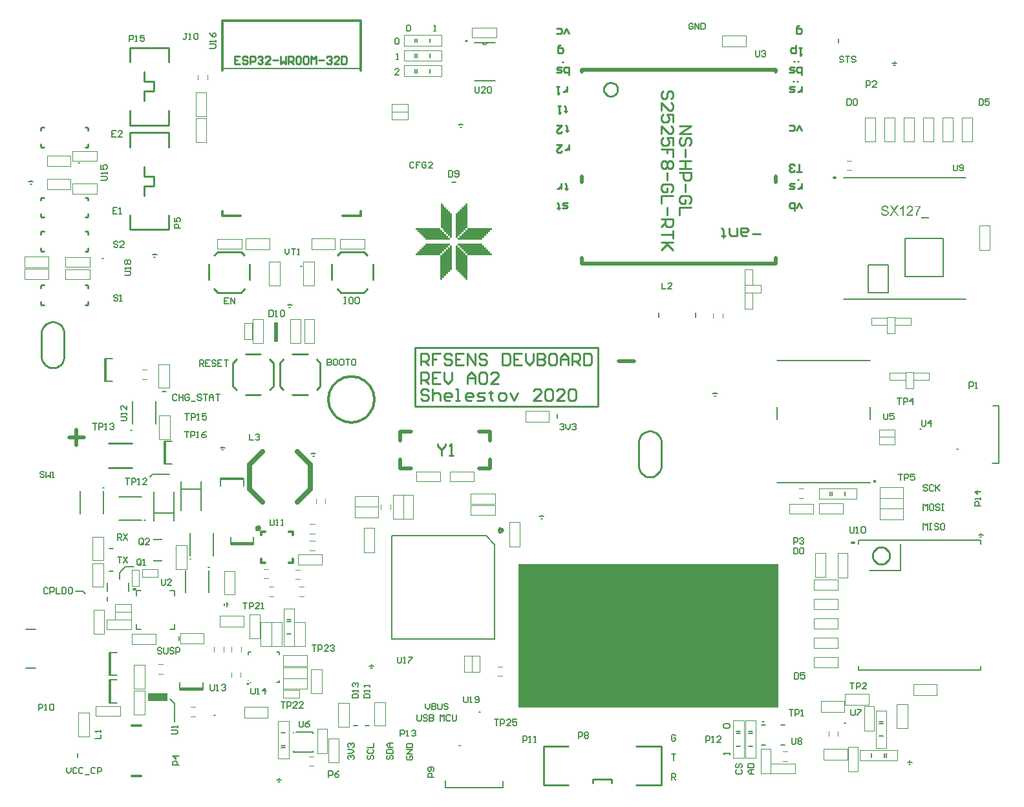
<source format=gto>
G04*
G04 #@! TF.GenerationSoftware,Altium Limited,Altium Designer,20.2.6 (244)*
G04*
G04 Layer_Color=65535*
%FSLAX25Y25*%
%MOIN*%
G70*
G04*
G04 #@! TF.SameCoordinates,AF831D56-8FB5-4C83-99E9-C392C7947E84*
G04*
G04*
G04 #@! TF.FilePolarity,Positive*
G04*
G01*
G75*
%ADD10C,0.00787*%
%ADD11C,0.01181*%
%ADD12C,0.01000*%
%ADD13C,0.00591*%
%ADD14C,0.01654*%
%ADD15C,0.01000*%
%ADD16C,0.01496*%
%ADD17C,0.01496*%
%ADD18C,0.00600*%
%ADD19C,0.01378*%
%ADD20C,0.00500*%
%ADD21C,0.01968*%
%ADD22C,0.00394*%
%ADD23C,0.00984*%
%ADD24C,0.02756*%
%ADD25C,0.00630*%
%ADD26R,0.04724X0.00787*%
%ADD27R,0.02000X0.10000*%
%ADD28R,0.09843X0.03937*%
%ADD29R,0.00787X0.04724*%
%ADD30R,1.34124X0.73937*%
G36*
X228389Y300623D02*
X229373D01*
Y299639D01*
X230357D01*
Y298655D01*
X231342D01*
Y297670D01*
X232326D01*
Y296686D01*
X233310D01*
Y295702D01*
Y289796D01*
Y283891D01*
X232326D01*
Y284875D01*
X231342D01*
Y285859D01*
X230357D01*
Y286844D01*
X229373D01*
Y287828D01*
X228389D01*
Y288812D01*
X227404D01*
Y289796D01*
Y295702D01*
Y301607D01*
X228389D01*
Y300623D01*
D02*
G37*
G36*
X241142Y295669D02*
Y289764D01*
Y288779D01*
X240158D01*
Y287795D01*
X239173D01*
Y286811D01*
X238189D01*
Y285827D01*
X237205D01*
Y284842D01*
X236221D01*
Y283858D01*
X235236D01*
Y289764D01*
Y295669D01*
Y296654D01*
X236221D01*
Y297638D01*
X237205D01*
Y298622D01*
X238189D01*
Y299606D01*
X239173D01*
Y300590D01*
X240158D01*
Y301575D01*
X241142D01*
Y295669D01*
D02*
G37*
G36*
X227362Y287795D02*
X228346D01*
Y286811D01*
X229331D01*
Y285827D01*
X230315D01*
Y284842D01*
X231299D01*
Y283858D01*
X232283D01*
Y282874D01*
X219488D01*
Y283858D01*
X218504D01*
Y284842D01*
X217520D01*
Y285827D01*
X216535D01*
Y286811D01*
X215551D01*
Y287795D01*
X214567D01*
Y288779D01*
X227362D01*
Y287795D01*
D02*
G37*
G36*
X253970Y287753D02*
X252985D01*
Y286769D01*
X252001D01*
Y285785D01*
X251017D01*
Y284800D01*
X250033D01*
Y283816D01*
X249048D01*
Y282832D01*
X236253D01*
Y283816D01*
X237237D01*
Y284800D01*
X238222D01*
Y285785D01*
X239206D01*
Y286769D01*
X240190D01*
Y287753D01*
X241174D01*
Y288737D01*
X253970D01*
Y287753D01*
D02*
G37*
G36*
X232251Y279963D02*
X231267D01*
Y278979D01*
X230282D01*
Y277995D01*
X229298D01*
Y277011D01*
X228314D01*
Y276027D01*
X227330D01*
Y275042D01*
X214534D01*
Y276027D01*
X215518D01*
Y277011D01*
X216503D01*
Y277995D01*
X217487D01*
Y278979D01*
X218471D01*
Y279963D01*
X219456D01*
Y280948D01*
X232251D01*
Y279963D01*
D02*
G37*
G36*
X249016Y279921D02*
X250000D01*
Y278937D01*
X250984D01*
Y277953D01*
X251969D01*
Y276969D01*
X252953D01*
Y275984D01*
X253937D01*
Y275000D01*
X241142D01*
Y275984D01*
X240158D01*
Y276969D01*
X239173D01*
Y277953D01*
X238189D01*
Y278937D01*
X237205D01*
Y279921D01*
X236221D01*
Y280906D01*
X249016D01*
Y279921D01*
D02*
G37*
G36*
X233268Y274016D02*
Y268110D01*
Y267126D01*
X232283D01*
Y266142D01*
X231299D01*
Y265158D01*
X230315D01*
Y264173D01*
X229331D01*
Y263189D01*
X228346D01*
Y262205D01*
X227362D01*
Y268110D01*
Y274016D01*
Y275000D01*
X228346D01*
Y275984D01*
X229331D01*
Y276969D01*
X230315D01*
Y277953D01*
X231299D01*
Y278937D01*
X232283D01*
Y279921D01*
X233268D01*
Y274016D01*
D02*
G37*
G36*
X236178Y278904D02*
X237162D01*
Y277920D01*
X238147D01*
Y276936D01*
X239131D01*
Y275952D01*
X240115D01*
Y274967D01*
X241100D01*
Y273983D01*
Y268078D01*
Y262172D01*
X240115D01*
Y263156D01*
X239131D01*
Y264141D01*
X238147D01*
Y265125D01*
X237162D01*
Y266109D01*
X236178D01*
Y267093D01*
X235194D01*
Y268078D01*
Y273983D01*
Y279889D01*
X236178D01*
Y278904D01*
D02*
G37*
G36*
X54035Y221555D02*
X55315D01*
Y209842D01*
X53937D01*
Y221654D01*
X54035Y221555D01*
D02*
G37*
G36*
X84744Y178839D02*
X86024D01*
Y167126D01*
X84646D01*
Y178937D01*
X84744Y178839D01*
D02*
G37*
G36*
X125689Y160079D02*
Y158799D01*
X113976D01*
Y160177D01*
X125787D01*
X125689Y160079D01*
D02*
G37*
G36*
X130905Y125394D02*
X119095D01*
X119193Y125492D01*
Y126772D01*
X130905D01*
Y125394D01*
D02*
G37*
G36*
X56299Y69836D02*
X57579D01*
Y58124D01*
X56201D01*
Y69935D01*
X56299Y69836D01*
D02*
G37*
G36*
X104724Y50394D02*
X92913D01*
X93012Y50492D01*
Y51772D01*
X104724D01*
Y50394D01*
D02*
G37*
G36*
X56299Y55663D02*
X57579D01*
Y43950D01*
X56201D01*
Y55761D01*
X56299Y55663D01*
D02*
G37*
G36*
X456630Y300496D02*
X456690Y300490D01*
X456750Y300485D01*
X456821Y300479D01*
X456974Y300457D01*
X457143Y300425D01*
X457312Y300375D01*
X457476Y300315D01*
X457481D01*
X457492Y300304D01*
X457520Y300299D01*
X457547Y300283D01*
X457580Y300261D01*
X457623Y300239D01*
X457716Y300184D01*
X457825Y300108D01*
X457935Y300015D01*
X458038Y299911D01*
X458131Y299786D01*
X458137Y299780D01*
X458142Y299769D01*
X458153Y299753D01*
X458169Y299726D01*
X458186Y299693D01*
X458208Y299655D01*
X458224Y299605D01*
X458251Y299556D01*
X458295Y299442D01*
X458333Y299305D01*
X458366Y299158D01*
X458382Y298994D01*
X457744Y298945D01*
Y298950D01*
X457738Y298967D01*
Y298989D01*
X457733Y299021D01*
X457722Y299065D01*
X457711Y299109D01*
X457678Y299212D01*
X457634Y299327D01*
X457569Y299447D01*
X457492Y299562D01*
X457443Y299611D01*
X457389Y299660D01*
X457383Y299666D01*
X457378Y299671D01*
X457356Y299682D01*
X457334Y299698D01*
X457301Y299715D01*
X457263Y299736D01*
X457219Y299758D01*
X457170Y299786D01*
X457110Y299808D01*
X457045Y299829D01*
X456974Y299851D01*
X456897Y299868D01*
X456810Y299884D01*
X456717Y299895D01*
X456619Y299906D01*
X456460D01*
X456417Y299900D01*
X456368D01*
X456313Y299895D01*
X456248Y299889D01*
X456182Y299879D01*
X456035Y299851D01*
X455893Y299813D01*
X455756Y299758D01*
X455690Y299720D01*
X455636Y299682D01*
X455630D01*
X455625Y299671D01*
X455592Y299644D01*
X455549Y299595D01*
X455499Y299529D01*
X455450Y299453D01*
X455407Y299360D01*
X455374Y299261D01*
X455368Y299207D01*
X455363Y299147D01*
Y299141D01*
Y299136D01*
X455368Y299103D01*
X455374Y299054D01*
X455385Y298994D01*
X455412Y298923D01*
X455445Y298847D01*
X455488Y298776D01*
X455554Y298705D01*
X455565Y298699D01*
X455576Y298688D01*
X455598Y298672D01*
X455625Y298656D01*
X455658Y298639D01*
X455701Y298617D01*
X455751Y298590D01*
X455811Y298563D01*
X455882Y298535D01*
X455964Y298508D01*
X456056Y298475D01*
X456166Y298443D01*
X456280Y298410D01*
X456411Y298372D01*
X456559Y298339D01*
X456570D01*
X456597Y298333D01*
X456635Y298322D01*
X456690Y298306D01*
X456755Y298295D01*
X456832Y298273D01*
X456914Y298257D01*
X457001Y298230D01*
X457187Y298180D01*
X457372Y298131D01*
X457460Y298104D01*
X457536Y298077D01*
X457613Y298049D01*
X457673Y298022D01*
X457678D01*
X457694Y298011D01*
X457716Y298000D01*
X457744Y297984D01*
X457782Y297968D01*
X457825Y297940D01*
X457918Y297880D01*
X458027Y297809D01*
X458131Y297722D01*
X458235Y297618D01*
X458279Y297564D01*
X458322Y297509D01*
Y297503D01*
X458333Y297493D01*
X458344Y297476D01*
X458355Y297454D01*
X458371Y297427D01*
X458388Y297389D01*
X458431Y297301D01*
X458470Y297198D01*
X458502Y297077D01*
X458524Y296941D01*
X458535Y296794D01*
Y296788D01*
Y296777D01*
Y296755D01*
X458530Y296728D01*
Y296690D01*
X458524Y296652D01*
X458508Y296548D01*
X458481Y296433D01*
X458437Y296308D01*
X458377Y296177D01*
X458344Y296106D01*
X458300Y296040D01*
Y296035D01*
X458289Y296024D01*
X458279Y296007D01*
X458257Y295980D01*
X458208Y295920D01*
X458131Y295838D01*
X458038Y295751D01*
X457924Y295658D01*
X457793Y295571D01*
X457640Y295489D01*
X457634D01*
X457618Y295478D01*
X457596Y295472D01*
X457563Y295456D01*
X457525Y295445D01*
X457476Y295429D01*
X457421Y295407D01*
X457356Y295390D01*
X457290Y295374D01*
X457214Y295352D01*
X457050Y295325D01*
X456870Y295303D01*
X456673Y295292D01*
X456608D01*
X456559Y295298D01*
X456499D01*
X456433Y295303D01*
X456357Y295308D01*
X456269Y295319D01*
X456089Y295341D01*
X455898Y295374D01*
X455707Y295423D01*
X455521Y295489D01*
X455516D01*
X455499Y295500D01*
X455478Y295511D01*
X455445Y295527D01*
X455407Y295549D01*
X455363Y295571D01*
X455259Y295636D01*
X455145Y295718D01*
X455024Y295822D01*
X454904Y295942D01*
X454801Y296084D01*
X454795Y296089D01*
X454790Y296100D01*
X454779Y296122D01*
X454762Y296155D01*
X454740Y296193D01*
X454719Y296237D01*
X454691Y296291D01*
X454670Y296351D01*
X454642Y296411D01*
X454620Y296482D01*
X454577Y296641D01*
X454544Y296810D01*
X454533Y296903D01*
X454528Y296996D01*
X455156Y297050D01*
Y297045D01*
Y297034D01*
X455161Y297012D01*
X455166Y296985D01*
X455172Y296952D01*
X455177Y296919D01*
X455199Y296826D01*
X455226Y296728D01*
X455259Y296624D01*
X455303Y296521D01*
X455358Y296422D01*
X455363Y296411D01*
X455390Y296384D01*
X455429Y296340D01*
X455483Y296286D01*
X455554Y296220D01*
X455641Y296160D01*
X455745Y296095D01*
X455865Y296035D01*
X455871D01*
X455882Y296029D01*
X455898Y296024D01*
X455925Y296013D01*
X455958Y296002D01*
X455996Y295986D01*
X456040Y295975D01*
X456089Y295964D01*
X456204Y295936D01*
X456340Y295909D01*
X456482Y295893D01*
X456641Y295887D01*
X456706D01*
X456739Y295893D01*
X456777D01*
X456864Y295904D01*
X456968Y295915D01*
X457083Y295931D01*
X457198Y295958D01*
X457307Y295996D01*
X457312D01*
X457318Y296002D01*
X457334Y296007D01*
X457356Y296018D01*
X457405Y296046D01*
X457471Y296078D01*
X457542Y296122D01*
X457618Y296177D01*
X457683Y296237D01*
X457744Y296308D01*
X457749Y296319D01*
X457765Y296340D01*
X457793Y296384D01*
X457820Y296439D01*
X457842Y296504D01*
X457869Y296575D01*
X457886Y296657D01*
X457891Y296739D01*
Y296744D01*
Y296750D01*
Y296777D01*
X457886Y296826D01*
X457874Y296881D01*
X457858Y296947D01*
X457831Y297018D01*
X457798Y297088D01*
X457749Y297154D01*
X457744Y297159D01*
X457722Y297181D01*
X457689Y297214D01*
X457640Y297258D01*
X457580Y297301D01*
X457498Y297351D01*
X457405Y297400D01*
X457296Y297449D01*
X457285Y297454D01*
X457274Y297460D01*
X457252Y297465D01*
X457230Y297471D01*
X457198Y297482D01*
X457154Y297498D01*
X457110Y297509D01*
X457050Y297525D01*
X456990Y297547D01*
X456914Y297564D01*
X456832Y297585D01*
X456739Y297613D01*
X456641Y297634D01*
X456526Y297667D01*
X456400Y297694D01*
X456395D01*
X456373Y297700D01*
X456335Y297711D01*
X456291Y297722D01*
X456231Y297738D01*
X456166Y297755D01*
X456100Y297776D01*
X456024Y297798D01*
X455860Y297847D01*
X455701Y297902D01*
X455625Y297929D01*
X455554Y297957D01*
X455488Y297984D01*
X455434Y298011D01*
X455429D01*
X455417Y298022D01*
X455401Y298033D01*
X455374Y298044D01*
X455308Y298082D01*
X455232Y298137D01*
X455139Y298208D01*
X455052Y298284D01*
X454964Y298377D01*
X454893Y298475D01*
Y298481D01*
X454888Y298486D01*
X454877Y298503D01*
X454866Y298524D01*
X454839Y298585D01*
X454806Y298661D01*
X454773Y298754D01*
X454746Y298863D01*
X454724Y298983D01*
X454719Y299109D01*
Y299114D01*
Y299125D01*
Y299147D01*
X454724Y299174D01*
Y299207D01*
X454730Y299245D01*
X454746Y299343D01*
X454773Y299453D01*
X454806Y299567D01*
X454861Y299693D01*
X454932Y299818D01*
Y299824D01*
X454943Y299835D01*
X454953Y299851D01*
X454970Y299873D01*
X455024Y299933D01*
X455095Y300009D01*
X455183Y300091D01*
X455292Y300173D01*
X455417Y300255D01*
X455565Y300326D01*
X455570D01*
X455581Y300332D01*
X455609Y300343D01*
X455636Y300354D01*
X455674Y300364D01*
X455723Y300381D01*
X455778Y300397D01*
X455838Y300414D01*
X455903Y300430D01*
X455974Y300446D01*
X456127Y300474D01*
X456302Y300496D01*
X456488Y300501D01*
X456580D01*
X456630Y300496D01*
D02*
G37*
G36*
X461658Y298017D02*
X463548Y295374D01*
X462734D01*
X461456Y297170D01*
X461451Y297176D01*
X461440Y297198D01*
X461418Y297225D01*
X461391Y297269D01*
X461358Y297312D01*
X461325Y297361D01*
X461249Y297476D01*
Y297471D01*
X461243Y297465D01*
X461222Y297432D01*
X461194Y297389D01*
X461156Y297334D01*
X461074Y297219D01*
X461041Y297165D01*
X461009Y297121D01*
X459731Y295374D01*
X458928D01*
X460878Y297984D01*
X459158Y300414D01*
X459949D01*
X460872Y299120D01*
X460878Y299114D01*
X460883Y299103D01*
X460899Y299081D01*
X460921Y299054D01*
X460943Y299021D01*
X460970Y298983D01*
X461030Y298896D01*
X461096Y298792D01*
X461162Y298694D01*
X461227Y298590D01*
X461276Y298503D01*
Y298508D01*
X461282Y298514D01*
X461293Y298530D01*
X461309Y298552D01*
X461342Y298601D01*
X461391Y298672D01*
X461451Y298759D01*
X461516Y298857D01*
X461598Y298961D01*
X461680Y299070D01*
X462685Y300414D01*
X463411D01*
X461658Y298017D01*
D02*
G37*
G36*
X475019Y299862D02*
X475013Y299857D01*
X474997Y299840D01*
X474970Y299808D01*
X474937Y299769D01*
X474893Y299715D01*
X474839Y299655D01*
X474784Y299584D01*
X474719Y299502D01*
X474648Y299409D01*
X474571Y299305D01*
X474489Y299190D01*
X474407Y299070D01*
X474326Y298945D01*
X474238Y298803D01*
X474145Y298656D01*
X474058Y298503D01*
X474052Y298492D01*
X474036Y298464D01*
X474014Y298421D01*
X473982Y298355D01*
X473943Y298279D01*
X473894Y298186D01*
X473845Y298082D01*
X473790Y297968D01*
X473736Y297842D01*
X473676Y297705D01*
X473616Y297558D01*
X473556Y297411D01*
X473496Y297252D01*
X473435Y297088D01*
X473332Y296755D01*
Y296750D01*
X473326Y296728D01*
X473315Y296690D01*
X473305Y296646D01*
X473288Y296586D01*
X473272Y296515D01*
X473250Y296433D01*
X473234Y296346D01*
X473212Y296248D01*
X473195Y296138D01*
X473174Y296024D01*
X473157Y295904D01*
X473135Y295778D01*
X473119Y295647D01*
X473097Y295374D01*
X472464D01*
Y295379D01*
Y295401D01*
Y295434D01*
X472469Y295478D01*
X472475Y295538D01*
X472480Y295603D01*
X472485Y295685D01*
X472496Y295773D01*
X472507Y295876D01*
X472524Y295980D01*
X472540Y296100D01*
X472562Y296226D01*
X472589Y296362D01*
X472616Y296504D01*
X472655Y296652D01*
X472693Y296804D01*
X472698Y296815D01*
X472704Y296843D01*
X472715Y296886D01*
X472737Y296947D01*
X472758Y297023D01*
X472786Y297116D01*
X472819Y297214D01*
X472857Y297323D01*
X472900Y297443D01*
X472950Y297574D01*
X472999Y297711D01*
X473059Y297847D01*
X473184Y298137D01*
X473332Y298432D01*
X473337Y298443D01*
X473354Y298464D01*
X473376Y298508D01*
X473403Y298563D01*
X473447Y298628D01*
X473490Y298705D01*
X473545Y298792D01*
X473599Y298890D01*
X473665Y298989D01*
X473736Y299098D01*
X473889Y299316D01*
X474052Y299540D01*
X474140Y299649D01*
X474227Y299753D01*
X471759D01*
Y300348D01*
X475019D01*
Y299862D01*
D02*
G37*
G36*
X469592Y300425D02*
X469652Y300419D01*
X469723Y300408D01*
X469805Y300397D01*
X469886Y300381D01*
X469979Y300359D01*
X470072Y300332D01*
X470170Y300299D01*
X470263Y300261D01*
X470362Y300212D01*
X470454Y300157D01*
X470542Y300097D01*
X470624Y300026D01*
X470629Y300021D01*
X470640Y300009D01*
X470662Y299982D01*
X470689Y299955D01*
X470722Y299917D01*
X470760Y299868D01*
X470798Y299813D01*
X470837Y299747D01*
X470875Y299682D01*
X470913Y299605D01*
X470951Y299524D01*
X470984Y299436D01*
X471011Y299338D01*
X471033Y299240D01*
X471044Y299136D01*
X471049Y299027D01*
Y299021D01*
Y299016D01*
Y298999D01*
Y298978D01*
X471044Y298918D01*
X471033Y298841D01*
X471017Y298748D01*
X470995Y298650D01*
X470968Y298541D01*
X470924Y298432D01*
Y298426D01*
X470919Y298421D01*
X470913Y298404D01*
X470902Y298382D01*
X470869Y298322D01*
X470826Y298246D01*
X470766Y298153D01*
X470695Y298049D01*
X470613Y297940D01*
X470509Y297820D01*
X470504Y297815D01*
X470498Y297804D01*
X470476Y297787D01*
X470454Y297760D01*
X470422Y297727D01*
X470383Y297689D01*
X470340Y297640D01*
X470285Y297591D01*
X470220Y297531D01*
X470149Y297465D01*
X470072Y297389D01*
X469985Y297312D01*
X469892Y297225D01*
X469788Y297138D01*
X469674Y297039D01*
X469554Y296936D01*
X469548Y296930D01*
X469532Y296914D01*
X469499Y296892D01*
X469466Y296859D01*
X469417Y296821D01*
X469368Y296777D01*
X469253Y296679D01*
X469133Y296575D01*
X469018Y296466D01*
X468964Y296417D01*
X468915Y296373D01*
X468871Y296329D01*
X468838Y296297D01*
X468833Y296291D01*
X468811Y296269D01*
X468784Y296237D01*
X468745Y296193D01*
X468702Y296144D01*
X468658Y296089D01*
X468571Y295969D01*
X471055D01*
Y295374D01*
X467719D01*
Y295385D01*
Y295412D01*
Y295456D01*
X467724Y295511D01*
X467730Y295576D01*
X467746Y295647D01*
X467763Y295723D01*
X467790Y295800D01*
Y295805D01*
X467795Y295816D01*
X467801Y295833D01*
X467812Y295860D01*
X467828Y295887D01*
X467844Y295925D01*
X467888Y296013D01*
X467943Y296117D01*
X468014Y296231D01*
X468096Y296351D01*
X468194Y296472D01*
X468199Y296477D01*
X468205Y296488D01*
X468221Y296504D01*
X468249Y296532D01*
X468276Y296559D01*
X468314Y296597D01*
X468352Y296641D01*
X468401Y296690D01*
X468456Y296744D01*
X468516Y296799D01*
X468582Y296865D01*
X468658Y296930D01*
X468735Y297001D01*
X468822Y297072D01*
X468909Y297148D01*
X469007Y297230D01*
X469018Y297236D01*
X469046Y297263D01*
X469084Y297296D01*
X469138Y297345D01*
X469204Y297400D01*
X469280Y297465D01*
X469368Y297536D01*
X469455Y297618D01*
X469641Y297787D01*
X469821Y297968D01*
X469908Y298055D01*
X469990Y298142D01*
X470061Y298224D01*
X470121Y298301D01*
X470127Y298306D01*
X470132Y298317D01*
X470149Y298339D01*
X470165Y298366D01*
X470192Y298404D01*
X470214Y298443D01*
X470269Y298541D01*
X470323Y298656D01*
X470372Y298781D01*
X470405Y298912D01*
X470411Y298978D01*
X470416Y299043D01*
Y299049D01*
Y299060D01*
Y299081D01*
X470411Y299103D01*
Y299136D01*
X470400Y299174D01*
X470383Y299256D01*
X470351Y299354D01*
X470301Y299458D01*
X470274Y299513D01*
X470236Y299562D01*
X470198Y299611D01*
X470149Y299660D01*
X470143Y299666D01*
X470138Y299671D01*
X470121Y299682D01*
X470099Y299698D01*
X470072Y299720D01*
X470039Y299742D01*
X469963Y299791D01*
X469859Y299835D01*
X469745Y299879D01*
X469608Y299906D01*
X469532Y299917D01*
X469412D01*
X469379Y299911D01*
X469341D01*
X469297Y299900D01*
X469199Y299884D01*
X469084Y299851D01*
X468964Y299802D01*
X468904Y299769D01*
X468844Y299736D01*
X468789Y299693D01*
X468735Y299644D01*
X468729Y299638D01*
X468724Y299633D01*
X468713Y299616D01*
X468691Y299595D01*
X468674Y299567D01*
X468653Y299535D01*
X468625Y299496D01*
X468603Y299453D01*
X468576Y299404D01*
X468554Y299349D01*
X468511Y299218D01*
X468478Y299076D01*
X468472Y298994D01*
X468467Y298907D01*
X467834Y298972D01*
Y298983D01*
X467839Y299005D01*
X467844Y299038D01*
X467850Y299087D01*
X467861Y299147D01*
X467877Y299218D01*
X467894Y299294D01*
X467921Y299376D01*
X467948Y299458D01*
X467981Y299551D01*
X468025Y299638D01*
X468068Y299726D01*
X468123Y299818D01*
X468183Y299900D01*
X468249Y299982D01*
X468325Y300053D01*
X468330Y300059D01*
X468347Y300070D01*
X468369Y300086D01*
X468401Y300113D01*
X468445Y300141D01*
X468500Y300173D01*
X468560Y300206D01*
X468631Y300244D01*
X468707Y300277D01*
X468794Y300310D01*
X468887Y300343D01*
X468991Y300370D01*
X469100Y300397D01*
X469215Y300414D01*
X469341Y300425D01*
X469472Y300430D01*
X469543D01*
X469592Y300425D01*
D02*
G37*
G36*
X466217Y295374D02*
X465600D01*
Y299311D01*
X465590Y299300D01*
X465562Y299272D01*
X465513Y299234D01*
X465442Y299180D01*
X465360Y299114D01*
X465257Y299043D01*
X465142Y298967D01*
X465011Y298885D01*
X465005D01*
X464994Y298874D01*
X464978Y298863D01*
X464951Y298852D01*
X464918Y298830D01*
X464880Y298814D01*
X464792Y298765D01*
X464694Y298715D01*
X464585Y298661D01*
X464470Y298612D01*
X464361Y298568D01*
Y299163D01*
X464366Y299169D01*
X464383Y299174D01*
X464410Y299190D01*
X464448Y299207D01*
X464492Y299229D01*
X464547Y299261D01*
X464607Y299294D01*
X464667Y299327D01*
X464809Y299414D01*
X464962Y299518D01*
X465120Y299627D01*
X465267Y299753D01*
X465273Y299758D01*
X465284Y299769D01*
X465306Y299786D01*
X465333Y299813D01*
X465360Y299846D01*
X465398Y299879D01*
X465480Y299971D01*
X465573Y300070D01*
X465666Y300184D01*
X465748Y300304D01*
X465819Y300430D01*
X466217D01*
Y295374D01*
D02*
G37*
G36*
X479332Y293976D02*
X475232D01*
Y294424D01*
X479332D01*
Y293976D01*
D02*
G37*
D10*
X475197Y185236D02*
X474409D01*
X475197D01*
X248031Y39173D02*
X247244D01*
X248031D01*
X111221Y37697D02*
X110433D01*
X111221D01*
X53543Y273228D02*
X52756D01*
X53543D01*
X41339Y322539D02*
X40551D01*
X41339D01*
X155847Y269291D02*
X155059D01*
X155847D01*
X394130Y34138D02*
X393342D01*
X394130D01*
X494095Y174902D02*
X493504D01*
X494095D01*
X68272Y184524D02*
X67484D01*
X68272D01*
X436307Y33669D02*
X435520D01*
X436307D01*
X237598Y21949D02*
X237008D01*
X237598D01*
X78740Y161811D02*
X87402D01*
X77559Y160630D02*
X78740Y161811D01*
X115256Y371063D02*
X185807D01*
X90158Y34252D02*
Y43701D01*
X87992Y45866D02*
X90158Y43701D01*
X64961Y114173D02*
X69291D01*
X62992Y112205D02*
X64961Y114173D01*
X61811Y107874D02*
Y111024D01*
X62992Y112205D01*
X42913Y101575D02*
X44094Y100394D01*
X39370Y101575D02*
X42913D01*
X117126Y94784D02*
X117913Y94784D01*
X115945Y94390D02*
Y95177D01*
X117126Y93602D02*
Y94784D01*
Y95965D01*
X460236Y374016D02*
X461417D01*
X462598D01*
X461024Y372835D02*
X461811D01*
X461417Y374016D02*
X461417Y374803D01*
X469291Y13386D02*
X469291Y14173D01*
X468898Y12205D02*
X469685D01*
X469291Y13386D02*
X470472D01*
X468110D02*
X469291D01*
X148425Y249213D02*
X149606D01*
X150787D01*
X149213Y248031D02*
X150000D01*
X149606Y249213D02*
X149606Y250000D01*
X144095Y4331D02*
X144095Y5118D01*
X143701Y3150D02*
X144488D01*
X144095Y4331D02*
X145276D01*
X142913D02*
X144095D01*
X278346Y140157D02*
X279528D01*
X280709D01*
X279134Y138976D02*
X279921D01*
X279528Y140157D02*
X279528Y140945D01*
X237795Y342126D02*
X237795Y342913D01*
X237402Y340945D02*
X238189D01*
X237795Y342126D02*
X238976D01*
X236614D02*
X237795D01*
X504724Y130709D02*
X505905D01*
X507087D01*
X505512Y129528D02*
X506299D01*
X505905Y130709D02*
X505905Y131496D01*
X114961Y175591D02*
X114961Y176378D01*
X114567Y174409D02*
X115354D01*
X114961Y175591D02*
X116142D01*
X113779D02*
X114961D01*
X78740Y275197D02*
X79921D01*
X81102D01*
X79528Y274016D02*
X80315D01*
X79921Y275197D02*
X79921Y275984D01*
X191732Y62992D02*
X191732Y63779D01*
X191339Y61811D02*
X192126D01*
X191732Y62992D02*
X192913D01*
X190551D02*
X191732D01*
X14961Y312795D02*
X16142D01*
X17323D01*
X15748Y311614D02*
X16535D01*
X16142Y312795D02*
X16142Y313583D01*
X368898Y203543D02*
X368898Y204331D01*
X368504Y202362D02*
X369291D01*
X368898Y203543D02*
X370079D01*
X367717D02*
X368898D01*
X160630Y172441D02*
X161811D01*
X162992D01*
X161417Y171260D02*
X162205D01*
X161811Y172441D02*
X161811Y173228D01*
X110379Y120034D02*
X110380Y131648D01*
X98372Y120034D02*
X98373Y131648D01*
X107820Y100742D02*
X107821Y112356D01*
X95813Y100742D02*
X95814Y112356D01*
X41535Y141634D02*
X41536Y153248D01*
X53543Y141634D02*
X53543Y153248D01*
X61516Y138091D02*
X73130Y138091D01*
X61516Y150098D02*
X73130Y150098D01*
X161516Y28346D02*
Y28740D01*
X153051Y28740D02*
X161516D01*
X151476Y18701D02*
Y19094D01*
X161516Y18701D02*
Y19094D01*
X151476Y18701D02*
X161516D01*
X93701Y154331D02*
X103937D01*
Y143307D02*
Y158268D01*
X93701Y143307D02*
Y158268D01*
X89862Y137894D02*
Y152854D01*
X79626Y137894D02*
Y152854D01*
Y141831D02*
X89862D01*
X54331Y221654D02*
X58268D01*
X54331Y209842D02*
X58268D01*
X85039Y178937D02*
X88976D01*
X85039Y167126D02*
X88976D01*
X125787Y155847D02*
Y159783D01*
X113976Y155847D02*
Y159783D01*
X119095Y125787D02*
Y129724D01*
X130905Y125787D02*
Y129724D01*
X56595Y69935D02*
X60532D01*
X56595Y58124D02*
X60532D01*
X56595Y55761D02*
X60532D01*
X56595Y43950D02*
X60532D01*
X92913Y50787D02*
Y54724D01*
X104724Y50787D02*
Y54724D01*
X221752Y384744D02*
Y386713D01*
X215158Y384744D02*
Y386713D01*
X214173Y384744D02*
Y386713D01*
Y376870D02*
Y378839D01*
X215158Y376870D02*
Y378839D01*
X221752Y376870D02*
Y378839D01*
Y368996D02*
Y370965D01*
X215158Y368996D02*
Y370965D01*
X214173Y368996D02*
Y370965D01*
X457185Y15945D02*
Y17913D01*
X456201Y15945D02*
Y17913D01*
X449606Y15945D02*
Y17913D01*
X453543Y26772D02*
X455512D01*
X453543Y33366D02*
X455512D01*
X453543Y34350D02*
X455512D01*
X148228Y87008D02*
X150197D01*
X148228Y86024D02*
X150197D01*
X148228Y79429D02*
X150197D01*
X380020Y21555D02*
X381988D01*
X380020Y28150D02*
X381988D01*
X380020Y29134D02*
X381988D01*
X386220D02*
X388189D01*
X386220Y28150D02*
X388189D01*
X386220Y21555D02*
X388189D01*
X435827Y150984D02*
Y152953D01*
X429232Y150984D02*
Y152953D01*
X428248Y150984D02*
Y152953D01*
X145374Y20866D02*
X147343D01*
X145374Y21850D02*
X147343D01*
X145374Y28445D02*
X147343D01*
X129331Y54429D02*
X129527D01*
X128346Y55413D02*
Y55610D01*
Y70177D02*
X129527D01*
X128346Y68996D02*
Y70177D01*
X142913D02*
X144095D01*
Y68996D02*
Y70177D01*
Y54429D02*
Y55610D01*
X142913Y54429D02*
X144095D01*
X348540Y26998D02*
X348015Y27523D01*
X346966D01*
X346441Y26998D01*
Y24899D01*
X346966Y24374D01*
X348015D01*
X348540Y24899D01*
Y25948D01*
X347491D01*
X346441Y17523D02*
X348540D01*
X347491D01*
Y14374D01*
X476362Y143370D02*
Y146519D01*
X477412Y145469D01*
X478462Y146519D01*
Y143370D01*
X481085Y146519D02*
X480036D01*
X479511Y145994D01*
Y143895D01*
X480036Y143370D01*
X481085D01*
X481610Y143895D01*
Y145994D01*
X481085Y146519D01*
X484759Y145994D02*
X484234Y146519D01*
X483184D01*
X482660Y145994D01*
Y145469D01*
X483184Y144944D01*
X484234D01*
X484759Y144420D01*
Y143895D01*
X484234Y143370D01*
X483184D01*
X482660Y143895D01*
X485808Y146519D02*
X486858D01*
X486333D01*
Y143370D01*
X485808D01*
X486858D01*
X346441Y4374D02*
Y7523D01*
X348015D01*
X348540Y6998D01*
Y5948D01*
X348015Y5424D01*
X346441D01*
X347491D02*
X348540Y4374D01*
X219685Y43700D02*
Y41601D01*
X220735Y40551D01*
X221784Y41601D01*
Y43700D01*
X222834D02*
Y40551D01*
X224408D01*
X224933Y41076D01*
Y41601D01*
X224408Y42125D01*
X222834D01*
X224408D01*
X224933Y42650D01*
Y43175D01*
X224408Y43700D01*
X222834D01*
X225982D02*
Y41076D01*
X226507Y40551D01*
X227556D01*
X228081Y41076D01*
Y43700D01*
X231230Y43175D02*
X230705Y43700D01*
X229656D01*
X229131Y43175D01*
Y42650D01*
X229656Y42125D01*
X230705D01*
X231230Y41601D01*
Y41076D01*
X230705Y40551D01*
X229656D01*
X229131Y41076D01*
X478462Y155994D02*
X477937Y156519D01*
X476887D01*
X476362Y155994D01*
Y155469D01*
X476887Y154944D01*
X477937D01*
X478462Y154420D01*
Y153895D01*
X477937Y153370D01*
X476887D01*
X476362Y153895D01*
X481610Y155994D02*
X481085Y156519D01*
X480036D01*
X479511Y155994D01*
Y153895D01*
X480036Y153370D01*
X481085D01*
X481610Y153895D01*
X482660Y156519D02*
Y153370D01*
Y154420D01*
X484759Y156519D01*
X483184Y154944D01*
X484759Y153370D01*
X177559Y253149D02*
X178609D01*
X178084D01*
Y250000D01*
X177559D01*
X178609D01*
X181757Y253149D02*
X180708D01*
X180183Y252624D01*
Y250525D01*
X180708Y250000D01*
X181757D01*
X182282Y250525D01*
Y252624D01*
X181757Y253149D01*
X183332Y252624D02*
X183856Y253149D01*
X184906D01*
X185431Y252624D01*
Y250525D01*
X184906Y250000D01*
X183856D01*
X183332Y250525D01*
Y252624D01*
X288878Y187466D02*
X289403Y187991D01*
X290452D01*
X290977Y187466D01*
Y186942D01*
X290452Y186417D01*
X289928D01*
X290452D01*
X290977Y185892D01*
Y185367D01*
X290452Y184843D01*
X289403D01*
X288878Y185367D01*
X292027Y187991D02*
Y185892D01*
X293076Y184843D01*
X294126Y185892D01*
Y187991D01*
X295175Y187466D02*
X295700Y187991D01*
X296749D01*
X297274Y187466D01*
Y186942D01*
X296749Y186417D01*
X296225D01*
X296749D01*
X297274Y185892D01*
Y185367D01*
X296749Y184843D01*
X295700D01*
X295175Y185367D01*
X227165Y34646D02*
Y37794D01*
X228215Y36745D01*
X229264Y37794D01*
Y34646D01*
X232413Y37269D02*
X231888Y37794D01*
X230839D01*
X230314Y37269D01*
Y35170D01*
X230839Y34646D01*
X231888D01*
X232413Y35170D01*
X233463Y37794D02*
Y35170D01*
X233987Y34646D01*
X235037D01*
X235562Y35170D01*
Y37794D01*
X60728Y119389D02*
X62827D01*
X61778D01*
Y116240D01*
X63877Y119389D02*
X65976Y116240D01*
Y119389D02*
X63877Y116240D01*
X60728Y128051D02*
Y131200D01*
X62303D01*
X62827Y130675D01*
Y129625D01*
X62303Y129101D01*
X60728D01*
X61778D02*
X62827Y128051D01*
X63877Y131200D02*
X65976Y128051D01*
Y131200D02*
X63877Y128051D01*
X476362Y133370D02*
Y136519D01*
X477412Y135469D01*
X478462Y136519D01*
Y133370D01*
X479511Y136519D02*
X480560D01*
X480036D01*
Y133370D01*
X479511D01*
X480560D01*
X484234Y135994D02*
X483709Y136519D01*
X482660D01*
X482135Y135994D01*
Y135469D01*
X482660Y134944D01*
X483709D01*
X484234Y134420D01*
Y133895D01*
X483709Y133370D01*
X482660D01*
X482135Y133895D01*
X486858Y136519D02*
X485808D01*
X485283Y135994D01*
Y133895D01*
X485808Y133370D01*
X486858D01*
X487383Y133895D01*
Y135994D01*
X486858Y136519D01*
X83595Y71915D02*
X83070Y72440D01*
X82021D01*
X81496Y71915D01*
Y71390D01*
X82021Y70866D01*
X83070D01*
X83595Y70341D01*
Y69816D01*
X83070Y69291D01*
X82021D01*
X81496Y69816D01*
X84645Y72440D02*
Y69816D01*
X85169Y69291D01*
X86219D01*
X86744Y69816D01*
Y72440D01*
X89892Y71915D02*
X89368Y72440D01*
X88318D01*
X87793Y71915D01*
Y71390D01*
X88318Y70866D01*
X89368D01*
X89892Y70341D01*
Y69816D01*
X89368Y69291D01*
X88318D01*
X87793Y69816D01*
X90942Y69291D02*
Y72440D01*
X92516D01*
X93041Y71915D01*
Y70866D01*
X92516Y70341D01*
X90942D01*
X210345Y16650D02*
X209820Y16126D01*
Y15076D01*
X210345Y14551D01*
X212444D01*
X212968Y15076D01*
Y16126D01*
X212444Y16650D01*
X211394D01*
Y15601D01*
X212968Y17700D02*
X209820D01*
X212968Y19799D01*
X209820D01*
Y20848D02*
X212968D01*
Y22423D01*
X212444Y22947D01*
X210345D01*
X209820Y22423D01*
Y20848D01*
X215354Y37794D02*
Y35170D01*
X215879Y34646D01*
X216929D01*
X217453Y35170D01*
Y37794D01*
X220602Y37269D02*
X220077Y37794D01*
X219028D01*
X218503Y37269D01*
Y36745D01*
X219028Y36220D01*
X220077D01*
X220602Y35695D01*
Y35170D01*
X220077Y34646D01*
X219028D01*
X218503Y35170D01*
X221652Y37794D02*
Y34646D01*
X223226D01*
X223751Y35170D01*
Y35695D01*
X223226Y36220D01*
X221652D01*
X223226D01*
X223751Y36745D01*
Y37269D01*
X223226Y37794D01*
X221652D01*
X108661Y53542D02*
Y50919D01*
X109186Y50394D01*
X110236D01*
X110760Y50919D01*
Y53542D01*
X111810Y50394D02*
X112859D01*
X112335D01*
Y53542D01*
X111810Y53017D01*
X114434D02*
X114959Y53542D01*
X116008D01*
X116533Y53017D01*
Y52493D01*
X116008Y51968D01*
X115483D01*
X116008D01*
X116533Y51443D01*
Y50919D01*
X116008Y50394D01*
X114959D01*
X114434Y50919D01*
X409449Y124015D02*
Y120866D01*
X411023D01*
X411548Y121391D01*
Y123490D01*
X411023Y124015D01*
X409449D01*
X412597Y123490D02*
X413122Y124015D01*
X414172D01*
X414697Y123490D01*
Y121391D01*
X414172Y120866D01*
X413122D01*
X412597Y121391D01*
Y123490D01*
X409842Y59448D02*
Y56299D01*
X411417D01*
X411942Y56824D01*
Y58923D01*
X411417Y59448D01*
X409842D01*
X415090D02*
X412991D01*
Y57873D01*
X414041Y58398D01*
X414565D01*
X415090Y57873D01*
Y56824D01*
X414565Y56299D01*
X413516D01*
X412991Y56824D01*
X505118Y355511D02*
Y352362D01*
X506692D01*
X507217Y352887D01*
Y354986D01*
X506692Y355511D01*
X505118D01*
X510366D02*
X508267D01*
Y353937D01*
X509316Y354461D01*
X509841D01*
X510366Y353937D01*
Y352887D01*
X509841Y352362D01*
X508791D01*
X508267Y352887D01*
X437008Y355511D02*
Y352362D01*
X438582D01*
X439107Y352887D01*
Y354986D01*
X438582Y355511D01*
X437008D01*
X440157Y354986D02*
X440681Y355511D01*
X441731D01*
X442255Y354986D01*
Y352887D01*
X441731Y352362D01*
X440681D01*
X440157Y352887D01*
Y354986D01*
X118142Y252952D02*
X116043D01*
Y249803D01*
X118142D01*
X116043Y251377D02*
X117093D01*
X119192Y249803D02*
Y252952D01*
X121291Y249803D01*
Y252952D01*
X103150Y217717D02*
Y220865D01*
X104724D01*
X105249Y220340D01*
Y219291D01*
X104724Y218766D01*
X103150D01*
X104199D02*
X105249Y217717D01*
X108397Y220865D02*
X106298D01*
Y217717D01*
X108397D01*
X106298Y219291D02*
X107348D01*
X111546Y220340D02*
X111021Y220865D01*
X109972D01*
X109447Y220340D01*
Y219816D01*
X109972Y219291D01*
X111021D01*
X111546Y218766D01*
Y218241D01*
X111021Y217717D01*
X109972D01*
X109447Y218241D01*
X114694Y220865D02*
X112595D01*
Y217717D01*
X114694D01*
X112595Y219291D02*
X113645D01*
X115744Y220865D02*
X117843D01*
X116794D01*
Y217717D01*
X168996Y221259D02*
Y218110D01*
X170570D01*
X171095Y218635D01*
Y219160D01*
X170570Y219685D01*
X168996D01*
X170570D01*
X171095Y220209D01*
Y220734D01*
X170570Y221259D01*
X168996D01*
X173719D02*
X172669D01*
X172145Y220734D01*
Y218635D01*
X172669Y218110D01*
X173719D01*
X174244Y218635D01*
Y220734D01*
X173719Y221259D01*
X176867D02*
X175818D01*
X175293Y220734D01*
Y218635D01*
X175818Y218110D01*
X176867D01*
X177392Y218635D01*
Y220734D01*
X176867Y221259D01*
X178442D02*
X180541D01*
X179491D01*
Y218110D01*
X181590Y220734D02*
X182115Y221259D01*
X183165D01*
X183689Y220734D01*
Y218635D01*
X183165Y218110D01*
X182115D01*
X181590Y218635D01*
Y220734D01*
X91469Y202624D02*
X90944Y203149D01*
X89895D01*
X89370Y202624D01*
Y200525D01*
X89895Y200000D01*
X90944D01*
X91469Y200525D01*
X92519Y203149D02*
Y200000D01*
Y201574D01*
X94618D01*
Y203149D01*
Y200000D01*
X97766Y202624D02*
X97242Y203149D01*
X96192D01*
X95667Y202624D01*
Y200525D01*
X96192Y200000D01*
X97242D01*
X97766Y200525D01*
Y201574D01*
X96717D01*
X98816Y199475D02*
X100915D01*
X104063Y202624D02*
X103539Y203149D01*
X102489D01*
X101964Y202624D01*
Y202099D01*
X102489Y201574D01*
X103539D01*
X104063Y201049D01*
Y200525D01*
X103539Y200000D01*
X102489D01*
X101964Y200525D01*
X105113Y203149D02*
X107212D01*
X106163D01*
Y200000D01*
X108262D02*
Y202099D01*
X109311Y203149D01*
X110361Y202099D01*
Y200000D01*
Y201574D01*
X108262D01*
X111410Y203149D02*
X113509D01*
X112460D01*
Y200000D01*
X34646Y10629D02*
Y8530D01*
X35695Y7480D01*
X36745Y8530D01*
Y10629D01*
X39893Y10104D02*
X39369Y10629D01*
X38319D01*
X37794Y10104D01*
Y8005D01*
X38319Y7480D01*
X39369D01*
X39893Y8005D01*
X43042Y10104D02*
X42517Y10629D01*
X41468D01*
X40943Y10104D01*
Y8005D01*
X41468Y7480D01*
X42517D01*
X43042Y8005D01*
X44091Y6955D02*
X46191D01*
X49339Y10104D02*
X48814Y10629D01*
X47765D01*
X47240Y10104D01*
Y8005D01*
X47765Y7480D01*
X48814D01*
X49339Y8005D01*
X50389Y7480D02*
Y10629D01*
X51963D01*
X52488Y10104D01*
Y9055D01*
X51963Y8530D01*
X50389D01*
X24934Y102919D02*
X24409Y103444D01*
X23359D01*
X22835Y102919D01*
Y100820D01*
X23359Y100295D01*
X24409D01*
X24934Y100820D01*
X25983Y100295D02*
Y103444D01*
X27558D01*
X28082Y102919D01*
Y101870D01*
X27558Y101345D01*
X25983D01*
X29132Y103444D02*
Y100295D01*
X31231D01*
X32280Y103444D02*
Y100295D01*
X33855D01*
X34380Y100820D01*
Y102919D01*
X33855Y103444D01*
X32280D01*
X37003D02*
X35954D01*
X35429Y102919D01*
Y100820D01*
X35954Y100295D01*
X37003D01*
X37528Y100820D01*
Y102919D01*
X37003Y103444D01*
X357512Y394061D02*
X356988Y394586D01*
X355938D01*
X355413Y394061D01*
Y391962D01*
X355938Y391437D01*
X356988D01*
X357512Y391962D01*
Y393011D01*
X356463D01*
X358562Y391437D02*
Y394586D01*
X360661Y391437D01*
Y394586D01*
X361711D02*
Y391437D01*
X363285D01*
X363810Y391962D01*
Y394061D01*
X363285Y394586D01*
X361711D01*
X60071Y339172D02*
X57972D01*
Y336024D01*
X60071D01*
X57972Y337598D02*
X59022D01*
X63220Y336024D02*
X61121D01*
X63220Y338123D01*
Y338647D01*
X62695Y339172D01*
X61646D01*
X61121Y338647D01*
X60662Y299408D02*
X58563D01*
Y296260D01*
X60662D01*
X58563Y297834D02*
X59613D01*
X61712Y296260D02*
X62761D01*
X62236D01*
Y299408D01*
X61712Y298884D01*
X60973Y254017D02*
X60448Y254542D01*
X59399D01*
X58874Y254017D01*
Y253493D01*
X59399Y252968D01*
X60448D01*
X60973Y252443D01*
Y251919D01*
X60448Y251394D01*
X59399D01*
X58874Y251919D01*
X62023Y251394D02*
X63072D01*
X62547D01*
Y254542D01*
X62023Y254017D01*
X60973Y281577D02*
X60448Y282101D01*
X59399D01*
X58874Y281577D01*
Y281052D01*
X59399Y280527D01*
X60448D01*
X60973Y280002D01*
Y279478D01*
X60448Y278953D01*
X59399D01*
X58874Y279478D01*
X64122Y278953D02*
X62023D01*
X64122Y281052D01*
Y281577D01*
X63597Y282101D01*
X62547D01*
X62023Y281577D01*
X380152Y9481D02*
X379627Y8956D01*
Y7907D01*
X380152Y7382D01*
X382251D01*
X382776Y7907D01*
Y8956D01*
X382251Y9481D01*
X380152Y12630D02*
X379627Y12105D01*
Y11055D01*
X380152Y10531D01*
X380677D01*
X381201Y11055D01*
Y12105D01*
X381726Y12630D01*
X382251D01*
X382776Y12105D01*
Y11055D01*
X382251Y10531D01*
X388976Y7382D02*
X386877D01*
X385828Y8431D01*
X386877Y9481D01*
X388976D01*
X387402D01*
Y7382D01*
X385828Y10531D02*
X388976D01*
Y12105D01*
X388452Y12630D01*
X386352D01*
X385828Y12105D01*
Y10531D01*
X373853Y31004D02*
X373328Y31529D01*
Y32578D01*
X373853Y33103D01*
X375952D01*
X376476Y32578D01*
Y31529D01*
X375952Y31004D01*
X373853D01*
X376476Y17224D02*
Y18274D01*
Y17749D01*
X373328D01*
X373853Y17224D01*
X435170Y377033D02*
X434645Y377558D01*
X433596D01*
X433071Y377033D01*
Y376508D01*
X433596Y375984D01*
X434645D01*
X435170Y375459D01*
Y374934D01*
X434645Y374410D01*
X433596D01*
X433071Y374934D01*
X436219Y377558D02*
X438318D01*
X437269D01*
Y374410D01*
X441467Y377033D02*
X440942Y377558D01*
X439893D01*
X439368Y377033D01*
Y376508D01*
X439893Y375984D01*
X440942D01*
X441467Y375459D01*
Y374934D01*
X440942Y374410D01*
X439893D01*
X439368Y374934D01*
X200132Y16863D02*
X199607Y16338D01*
Y15289D01*
X200132Y14764D01*
X200657D01*
X201182Y15289D01*
Y16338D01*
X201706Y16863D01*
X202231D01*
X202756Y16338D01*
Y15289D01*
X202231Y14764D01*
X199607Y17912D02*
X202756D01*
Y19487D01*
X202231Y20011D01*
X200132D01*
X199607Y19487D01*
Y17912D01*
X202756Y21061D02*
X200657D01*
X199607Y22110D01*
X200657Y23160D01*
X202756D01*
X201182D01*
Y21061D01*
X190132Y16863D02*
X189607Y16338D01*
Y15289D01*
X190132Y14764D01*
X190657D01*
X191182Y15289D01*
Y16338D01*
X191706Y16863D01*
X192231D01*
X192756Y16338D01*
Y15289D01*
X192231Y14764D01*
X190132Y20011D02*
X189607Y19487D01*
Y18437D01*
X190132Y17912D01*
X192231D01*
X192756Y18437D01*
Y19487D01*
X192231Y20011D01*
X189607Y21061D02*
X192756D01*
Y23160D01*
X180132Y14764D02*
X179607Y15289D01*
Y16338D01*
X180132Y16863D01*
X180657D01*
X181182Y16338D01*
Y15813D01*
Y16338D01*
X181706Y16863D01*
X182231D01*
X182756Y16338D01*
Y15289D01*
X182231Y14764D01*
X179607Y17912D02*
X181706D01*
X182756Y18962D01*
X181706Y20011D01*
X179607D01*
X180132Y21061D02*
X179607Y21586D01*
Y22635D01*
X180132Y23160D01*
X180657D01*
X181182Y22635D01*
Y22110D01*
Y22635D01*
X181706Y23160D01*
X182231D01*
X182756Y22635D01*
Y21586D01*
X182231Y21061D01*
X203839Y386384D02*
X204363Y386908D01*
X205413D01*
X205938Y386384D01*
Y384285D01*
X205413Y383760D01*
X204363D01*
X203839Y384285D01*
Y386384D01*
X204626Y375886D02*
X205676D01*
X205151D01*
Y379034D01*
X204626Y378510D01*
X205938Y368012D02*
X203839D01*
X205938Y370111D01*
Y370636D01*
X205413Y371160D01*
X204363D01*
X203839Y370636D01*
X209744Y393077D02*
X210269Y393601D01*
X211318D01*
X211843Y393077D01*
Y390978D01*
X211318Y390453D01*
X210269D01*
X209744Y390978D01*
Y393077D01*
X223917Y390453D02*
X224967D01*
X224442D01*
Y393601D01*
X223917Y393077D01*
X66832Y385237D02*
Y388385D01*
X68406D01*
X68931Y387860D01*
Y386811D01*
X68406Y386286D01*
X66832D01*
X69981Y385237D02*
X71030D01*
X70505D01*
Y388385D01*
X69981Y387860D01*
X74704Y388385D02*
X72604D01*
Y386811D01*
X73654Y387336D01*
X74179D01*
X74704Y386811D01*
Y385761D01*
X74179Y385237D01*
X73129D01*
X72604Y385761D01*
X505905Y145671D02*
X502756D01*
Y147245D01*
X503281Y147770D01*
X504331D01*
X504855Y147245D01*
Y145671D01*
X505905Y148819D02*
Y149869D01*
Y149344D01*
X502756D01*
X503281Y148819D01*
X505905Y153017D02*
X502756D01*
X504331Y151443D01*
Y153542D01*
X206693Y26772D02*
Y29920D01*
X208267D01*
X208792Y29395D01*
Y28346D01*
X208267Y27821D01*
X206693D01*
X209841Y26772D02*
X210891D01*
X210366D01*
Y29920D01*
X209841Y29395D01*
X212465D02*
X212990Y29920D01*
X214040D01*
X214564Y29395D01*
Y28871D01*
X214040Y28346D01*
X213515D01*
X214040D01*
X214564Y27821D01*
Y27296D01*
X214040Y26772D01*
X212990D01*
X212465Y27296D01*
X364175Y23623D02*
Y26771D01*
X365749D01*
X366274Y26246D01*
Y25197D01*
X365749Y24672D01*
X364175D01*
X367323Y23623D02*
X368373D01*
X367848D01*
Y26771D01*
X367323Y26246D01*
X372046Y23623D02*
X369947D01*
X372046Y25722D01*
Y26246D01*
X371521Y26771D01*
X370472D01*
X369947Y26246D01*
X269817Y23623D02*
Y26771D01*
X271392D01*
X271916Y26246D01*
Y25197D01*
X271392Y24672D01*
X269817D01*
X272966Y23623D02*
X274015D01*
X273491D01*
Y26771D01*
X272966Y26246D01*
X275590Y23623D02*
X276639D01*
X276115D01*
Y26771D01*
X275590Y26246D01*
X389764Y380511D02*
Y377887D01*
X390288Y377362D01*
X391338D01*
X391863Y377887D01*
Y380511D01*
X392912Y379986D02*
X393437Y380511D01*
X394487D01*
X395011Y379986D01*
Y379461D01*
X394487Y378937D01*
X393962D01*
X394487D01*
X395011Y378412D01*
Y377887D01*
X394487Y377362D01*
X393437D01*
X392912Y377887D01*
X438531Y134749D02*
Y132125D01*
X439055Y131600D01*
X440105D01*
X440630Y132125D01*
Y134749D01*
X441679Y131600D02*
X442729D01*
X442204D01*
Y134749D01*
X441679Y134224D01*
X444303D02*
X444828Y134749D01*
X445877D01*
X446402Y134224D01*
Y132125D01*
X445877Y131600D01*
X444828D01*
X444303Y132125D01*
Y134224D01*
X93209Y288937D02*
X90060D01*
Y290511D01*
X90585Y291036D01*
X91634D01*
X92159Y290511D01*
Y288937D01*
X90060Y294185D02*
Y292086D01*
X91634D01*
X91110Y293135D01*
Y293660D01*
X91634Y294185D01*
X92684D01*
X93209Y293660D01*
Y292610D01*
X92684Y292086D01*
X462992Y201180D02*
X465091D01*
X464042D01*
Y198031D01*
X466141D02*
Y201180D01*
X467715D01*
X468240Y200655D01*
Y199606D01*
X467715Y199081D01*
X466141D01*
X470864Y198031D02*
Y201180D01*
X469289Y199606D01*
X471388D01*
X92520Y11811D02*
X89371D01*
Y13385D01*
X89896Y13910D01*
X90945D01*
X91470Y13385D01*
Y11811D01*
X92520Y16534D02*
X89371D01*
X90945Y14960D01*
Y17059D01*
X139469Y138680D02*
Y136056D01*
X139993Y135531D01*
X141043D01*
X141568Y136056D01*
Y138680D01*
X142617Y135531D02*
X143667D01*
X143142D01*
Y138680D01*
X142617Y138155D01*
X145241Y135531D02*
X146291D01*
X145766D01*
Y138680D01*
X145241Y138155D01*
X231496Y318503D02*
Y315354D01*
X233070D01*
X233595Y315879D01*
Y317978D01*
X233070Y318503D01*
X231496D01*
X234645Y315879D02*
X235169Y315354D01*
X236219D01*
X236744Y315879D01*
Y317978D01*
X236219Y318503D01*
X235169D01*
X234645Y317978D01*
Y317453D01*
X235169Y316929D01*
X236744D01*
X138976Y246456D02*
Y243307D01*
X140551D01*
X141075Y243832D01*
Y245931D01*
X140551Y246456D01*
X138976D01*
X142125Y243307D02*
X143175D01*
X142650D01*
Y246456D01*
X142125Y245931D01*
X144749D02*
X145274Y246456D01*
X146323D01*
X146848Y245931D01*
Y243832D01*
X146323Y243307D01*
X145274D01*
X144749Y243832D01*
Y245931D01*
X187796Y46457D02*
X190945D01*
Y48031D01*
X190420Y48556D01*
X188321D01*
X187796Y48031D01*
Y46457D01*
X190945Y49605D02*
Y50655D01*
Y50130D01*
X187796D01*
X188321Y49605D01*
X190945Y52229D02*
Y53279D01*
Y52754D01*
X187796D01*
X188321Y52229D01*
X181891Y46457D02*
X185039D01*
Y48031D01*
X184515Y48556D01*
X182415D01*
X181891Y48031D01*
Y46457D01*
X185039Y49605D02*
Y50655D01*
Y50130D01*
X181891D01*
X182415Y49605D01*
Y52229D02*
X181891Y52754D01*
Y53803D01*
X182415Y54328D01*
X182940D01*
X183465Y53803D01*
Y53279D01*
Y53803D01*
X183990Y54328D01*
X184515D01*
X185039Y53803D01*
Y52754D01*
X184515Y52229D01*
X96587Y389369D02*
X95538D01*
X96062D01*
Y386745D01*
X95538Y386221D01*
X95013D01*
X94488Y386745D01*
X97637Y386221D02*
X98686D01*
X98162D01*
Y389369D01*
X97637Y388844D01*
X100261D02*
X100785Y389369D01*
X101835D01*
X102360Y388844D01*
Y386745D01*
X101835Y386221D01*
X100785D01*
X100261Y386745D01*
Y388844D01*
X213713Y322506D02*
X213189Y323030D01*
X212139D01*
X211614Y322506D01*
Y320407D01*
X212139Y319882D01*
X213189D01*
X213713Y320407D01*
X216862Y323030D02*
X214763D01*
Y321456D01*
X215812D01*
X214763D01*
Y319882D01*
X220010Y322506D02*
X219486Y323030D01*
X218436D01*
X217911Y322506D01*
Y320407D01*
X218436Y319882D01*
X219486D01*
X220010Y320407D01*
Y321456D01*
X218961D01*
X223159Y319882D02*
X221060D01*
X223159Y321981D01*
Y322506D01*
X222634Y323030D01*
X221585D01*
X221060Y322506D01*
X49214Y25591D02*
X52362D01*
Y27690D01*
Y28739D02*
Y29789D01*
Y29264D01*
X49214D01*
X49738Y28739D01*
X341437Y260629D02*
Y257480D01*
X343536D01*
X346685D02*
X344586D01*
X346685Y259579D01*
Y260104D01*
X346160Y260629D01*
X345110D01*
X344586Y260104D01*
X128740Y182676D02*
Y179528D01*
X130839D01*
X131889Y182151D02*
X132413Y182676D01*
X133463D01*
X133988Y182151D01*
Y181627D01*
X133463Y181102D01*
X132938D01*
X133463D01*
X133988Y180577D01*
Y180052D01*
X133463Y179528D01*
X132413D01*
X131889Y180052D01*
X500000Y206299D02*
Y209448D01*
X501574D01*
X502099Y208923D01*
Y207874D01*
X501574Y207349D01*
X500000D01*
X503149Y206299D02*
X504198D01*
X503673D01*
Y209448D01*
X503149Y208923D01*
X446850Y361614D02*
Y364763D01*
X448425D01*
X448949Y364238D01*
Y363189D01*
X448425Y362664D01*
X446850D01*
X452098Y361614D02*
X449999D01*
X452098Y363713D01*
Y364238D01*
X451573Y364763D01*
X450524D01*
X449999Y364238D01*
X409449Y125984D02*
Y129133D01*
X411023D01*
X411548Y128608D01*
Y127559D01*
X411023Y127034D01*
X409449D01*
X412597Y128608D02*
X413122Y129133D01*
X414172D01*
X414697Y128608D01*
Y128083D01*
X414172Y127559D01*
X413647D01*
X414172D01*
X414697Y127034D01*
Y126509D01*
X414172Y125984D01*
X413122D01*
X412597Y126509D01*
X169685Y5610D02*
Y8759D01*
X171259D01*
X171784Y8234D01*
Y7185D01*
X171259Y6660D01*
X169685D01*
X174933Y8759D02*
X173883Y8234D01*
X172834Y7185D01*
Y6135D01*
X173358Y5610D01*
X174408D01*
X174933Y6135D01*
Y6660D01*
X174408Y7185D01*
X172834D01*
X298425Y25591D02*
Y28739D01*
X299999D01*
X300524Y28214D01*
Y27165D01*
X299999Y26640D01*
X298425D01*
X301574Y28214D02*
X302099Y28739D01*
X303148D01*
X303673Y28214D01*
Y27690D01*
X303148Y27165D01*
X303673Y26640D01*
Y26115D01*
X303148Y25591D01*
X302099D01*
X301574Y26115D01*
Y26640D01*
X302099Y27165D01*
X301574Y27690D01*
Y28214D01*
X302099Y27165D02*
X303148D01*
X224016Y5512D02*
X220867D01*
Y7086D01*
X221392Y7611D01*
X222441D01*
X222966Y7086D01*
Y5512D01*
X223491Y8660D02*
X224016Y9185D01*
Y10235D01*
X223491Y10759D01*
X221392D01*
X220867Y10235D01*
Y9185D01*
X221392Y8660D01*
X221917D01*
X222441Y9185D01*
Y10759D01*
X22965Y162860D02*
X22440Y163385D01*
X21391D01*
X20866Y162860D01*
Y162335D01*
X21391Y161811D01*
X22440D01*
X22965Y161286D01*
Y160761D01*
X22440Y160236D01*
X21391D01*
X20866Y160761D01*
X24015Y163385D02*
Y160236D01*
X25064Y161286D01*
X26114Y160236D01*
Y163385D01*
X27163Y160236D02*
X28213D01*
X27688D01*
Y163385D01*
X27163Y162860D01*
X463386Y162007D02*
X465485D01*
X464435D01*
Y158858D01*
X466534D02*
Y162007D01*
X468109D01*
X468634Y161482D01*
Y160433D01*
X468109Y159908D01*
X466534D01*
X471782Y162007D02*
X469683D01*
Y160433D01*
X470732Y160957D01*
X471257D01*
X471782Y160433D01*
Y159383D01*
X471257Y158858D01*
X470208D01*
X469683Y159383D01*
X64961Y159842D02*
X67060D01*
X66010D01*
Y156693D01*
X68109D02*
Y159842D01*
X69683D01*
X70208Y159317D01*
Y158267D01*
X69683Y157742D01*
X68109D01*
X71258Y156693D02*
X72307D01*
X71783D01*
Y159842D01*
X71258Y159317D01*
X75981Y156693D02*
X73882D01*
X75981Y158792D01*
Y159317D01*
X75456Y159842D01*
X74406D01*
X73882Y159317D01*
X48031Y188188D02*
X50131D01*
X49081D01*
Y185039D01*
X51180D02*
Y188188D01*
X52754D01*
X53279Y187663D01*
Y186614D01*
X52754Y186089D01*
X51180D01*
X54329Y185039D02*
X55378D01*
X54853D01*
Y188188D01*
X54329Y187663D01*
X56953D02*
X57477Y188188D01*
X58527D01*
X59052Y187663D01*
Y187138D01*
X58527Y186614D01*
X58002D01*
X58527D01*
X59052Y186089D01*
Y185564D01*
X58527Y185039D01*
X57477D01*
X56953Y185564D01*
X95669Y193208D02*
X97768D01*
X96719D01*
Y190059D01*
X98818D02*
Y193208D01*
X100392D01*
X100917Y192683D01*
Y191633D01*
X100392Y191109D01*
X98818D01*
X101967Y190059D02*
X103016D01*
X102491D01*
Y193208D01*
X101967Y192683D01*
X106689Y193208D02*
X104590D01*
Y191633D01*
X105640Y192158D01*
X106165D01*
X106689Y191633D01*
Y190584D01*
X106165Y190059D01*
X105115D01*
X104590Y190584D01*
X95374Y183956D02*
X97473D01*
X96424D01*
Y180807D01*
X98523D02*
Y183956D01*
X100097D01*
X100622Y183431D01*
Y182381D01*
X100097Y181857D01*
X98523D01*
X101671Y180807D02*
X102721D01*
X102196D01*
Y183956D01*
X101671Y183431D01*
X106394Y183956D02*
X105345Y183431D01*
X104295Y182381D01*
Y181332D01*
X104820Y180807D01*
X105869D01*
X106394Y181332D01*
Y181857D01*
X105869Y182381D01*
X104295D01*
X125591Y95668D02*
X127690D01*
X126640D01*
Y92520D01*
X128739D02*
Y95668D01*
X130313D01*
X130838Y95144D01*
Y94094D01*
X130313Y93569D01*
X128739D01*
X133987Y92520D02*
X131888D01*
X133987Y94619D01*
Y95144D01*
X133462Y95668D01*
X132413D01*
X131888Y95144D01*
X135036Y92520D02*
X136086D01*
X135561D01*
Y95668D01*
X135036Y95144D01*
X145079Y44487D02*
X147178D01*
X146128D01*
Y41339D01*
X148227D02*
Y44487D01*
X149802D01*
X150326Y43962D01*
Y42913D01*
X149802Y42388D01*
X148227D01*
X153475Y41339D02*
X151376D01*
X153475Y43438D01*
Y43962D01*
X152950Y44487D01*
X151901D01*
X151376Y43962D01*
X156624Y41339D02*
X154525D01*
X156624Y43438D01*
Y43962D01*
X156099Y44487D01*
X155049D01*
X154525Y43962D01*
X161122Y73818D02*
X163221D01*
X162172D01*
Y70669D01*
X164271D02*
Y73818D01*
X165845D01*
X166370Y73293D01*
Y72244D01*
X165845Y71719D01*
X164271D01*
X169518Y70669D02*
X167419D01*
X169518Y72768D01*
Y73293D01*
X168993Y73818D01*
X167944D01*
X167419Y73293D01*
X170568D02*
X171093Y73818D01*
X172142D01*
X172667Y73293D01*
Y72768D01*
X172142Y72244D01*
X171617D01*
X172142D01*
X172667Y71719D01*
Y71194D01*
X172142Y70669D01*
X171093D01*
X170568Y71194D01*
X255118Y35432D02*
X257217D01*
X256168D01*
Y32283D01*
X258267D02*
Y35432D01*
X259841D01*
X260366Y34907D01*
Y33858D01*
X259841Y33333D01*
X258267D01*
X263514Y32283D02*
X261415D01*
X263514Y34383D01*
Y34907D01*
X262990Y35432D01*
X261940D01*
X261415Y34907D01*
X266663Y35432D02*
X264564D01*
Y33858D01*
X265613Y34383D01*
X266138D01*
X266663Y33858D01*
Y32808D01*
X266138Y32283D01*
X265089D01*
X264564Y32808D01*
X88584Y27953D02*
X91207D01*
X91732Y28477D01*
Y29527D01*
X91207Y30052D01*
X88584D01*
X91732Y31101D02*
Y32151D01*
Y31626D01*
X88584D01*
X89109Y31101D01*
X83465Y107861D02*
Y105237D01*
X83989Y104713D01*
X85039D01*
X85564Y105237D01*
Y107861D01*
X88712Y104713D02*
X86613D01*
X88712Y106812D01*
Y107336D01*
X88187Y107861D01*
X87138D01*
X86613Y107336D01*
X475394Y189861D02*
Y187237D01*
X475918Y186713D01*
X476968D01*
X477493Y187237D01*
Y189861D01*
X480117Y186713D02*
Y189861D01*
X478542Y188287D01*
X480641D01*
X438976Y40550D02*
Y37926D01*
X439501Y37402D01*
X440551D01*
X441075Y37926D01*
Y40550D01*
X442125D02*
X444224D01*
Y40025D01*
X442125Y37926D01*
Y37402D01*
X408465Y25786D02*
Y23163D01*
X408989Y22638D01*
X410039D01*
X410564Y23163D01*
Y25786D01*
X411613Y25262D02*
X412138Y25786D01*
X413188D01*
X413712Y25262D01*
Y24737D01*
X413188Y24212D01*
X413712Y23687D01*
Y23163D01*
X413188Y22638D01*
X412138D01*
X411613Y23163D01*
Y23687D01*
X412138Y24212D01*
X411613Y24737D01*
Y25262D01*
X412138Y24212D02*
X413188D01*
X491732Y321554D02*
Y318930D01*
X492257Y318406D01*
X493307D01*
X493831Y318930D01*
Y321554D01*
X494881Y318930D02*
X495406Y318406D01*
X496455D01*
X496980Y318930D01*
Y321029D01*
X496455Y321554D01*
X495406D01*
X494881Y321029D01*
Y320505D01*
X495406Y319980D01*
X496980D01*
X62403Y189469D02*
X65026D01*
X65551Y189993D01*
Y191043D01*
X65026Y191568D01*
X62403D01*
X65551Y192617D02*
Y193667D01*
Y193142D01*
X62403D01*
X62927Y192617D01*
X65551Y197340D02*
Y195241D01*
X63452Y197340D01*
X62927D01*
X62403Y196815D01*
Y195766D01*
X62927Y195241D01*
X52265Y313583D02*
X54889D01*
X55413Y314107D01*
Y315157D01*
X54889Y315682D01*
X52265D01*
X55413Y316731D02*
Y317781D01*
Y317256D01*
X52265D01*
X52790Y316731D01*
X52265Y321454D02*
Y319355D01*
X53839D01*
X53314Y320405D01*
Y320929D01*
X53839Y321454D01*
X54889D01*
X55413Y320929D01*
Y319880D01*
X54889Y319355D01*
X108269Y381693D02*
X110893D01*
X111417Y382218D01*
Y383267D01*
X110893Y383792D01*
X108269D01*
X111417Y384841D02*
Y385891D01*
Y385366D01*
X108269D01*
X108793Y384841D01*
X108269Y389564D02*
X108793Y388515D01*
X109843Y387465D01*
X110893D01*
X111417Y387990D01*
Y389040D01*
X110893Y389564D01*
X110368D01*
X109843Y389040D01*
Y387465D01*
X205118Y67716D02*
Y65092D01*
X205643Y64567D01*
X206692D01*
X207217Y65092D01*
Y67716D01*
X208267Y64567D02*
X209316D01*
X208791D01*
Y67716D01*
X208267Y67191D01*
X210891Y67716D02*
X212990D01*
Y67191D01*
X210891Y65092D01*
Y64567D01*
X64469Y264567D02*
X67093D01*
X67618Y265092D01*
Y266141D01*
X67093Y266666D01*
X64469D01*
X67618Y267716D02*
Y268765D01*
Y268240D01*
X64469D01*
X64994Y267716D01*
Y270339D02*
X64469Y270864D01*
Y271914D01*
X64994Y272438D01*
X65519D01*
X66044Y271914D01*
X66569Y272438D01*
X67093D01*
X67618Y271914D01*
Y270864D01*
X67093Y270339D01*
X66569D01*
X66044Y270864D01*
X65519Y270339D01*
X64994D01*
X66044Y270864D02*
Y271914D01*
X239331Y47249D02*
Y44625D01*
X239856Y44100D01*
X240905D01*
X241430Y44625D01*
Y47249D01*
X242479Y44100D02*
X243529D01*
X243004D01*
Y47249D01*
X242479Y46724D01*
X245103Y44625D02*
X245628Y44100D01*
X246677D01*
X247202Y44625D01*
Y46724D01*
X246677Y47249D01*
X245628D01*
X245103Y46724D01*
Y46199D01*
X245628Y45674D01*
X247202D01*
X147244Y278345D02*
Y276246D01*
X148294Y275197D01*
X149343Y276246D01*
Y278345D01*
X150393D02*
X152492D01*
X151442D01*
Y275197D01*
X153541D02*
X154591D01*
X154066D01*
Y278345D01*
X153541Y277821D01*
X72965Y115485D02*
Y117585D01*
X72440Y118109D01*
X71391D01*
X70866Y117585D01*
Y115485D01*
X71391Y114961D01*
X72440D01*
X71916Y116010D02*
X72965Y114961D01*
X72440D02*
X72965Y115485D01*
X74015Y114961D02*
X75064D01*
X74540D01*
Y118109D01*
X74015Y117585D01*
X74146Y126115D02*
Y128214D01*
X73621Y128739D01*
X72572D01*
X72047Y128214D01*
Y126115D01*
X72572Y125591D01*
X73621D01*
X73097Y126640D02*
X74146Y125591D01*
X73621D02*
X74146Y126115D01*
X77295Y125591D02*
X75196D01*
X77295Y127690D01*
Y128214D01*
X76770Y128739D01*
X75721D01*
X75196Y128214D01*
X129626Y51672D02*
Y49048D01*
X130151Y48524D01*
X131200D01*
X131725Y49048D01*
Y51672D01*
X132775Y48524D02*
X133824D01*
X133299D01*
Y51672D01*
X132775Y51147D01*
X136973Y48524D02*
Y51672D01*
X135398Y50098D01*
X137497D01*
X154528Y34645D02*
Y32021D01*
X155052Y31496D01*
X156102D01*
X156627Y32021D01*
Y34645D01*
X159775D02*
X158726Y34120D01*
X157676Y33070D01*
Y32021D01*
X158201Y31496D01*
X159250D01*
X159775Y32021D01*
Y32546D01*
X159250Y33070D01*
X157676D01*
X455905Y193306D02*
Y190682D01*
X456430Y190157D01*
X457480D01*
X458005Y190682D01*
Y193306D01*
X461153D02*
X459054D01*
Y191732D01*
X460104Y192256D01*
X460628D01*
X461153Y191732D01*
Y190682D01*
X460628Y190157D01*
X459579D01*
X459054Y190682D01*
X245276Y361810D02*
Y359186D01*
X245800Y358661D01*
X246850D01*
X247375Y359186D01*
Y361810D01*
X250523Y358661D02*
X248424D01*
X250523Y360760D01*
Y361285D01*
X249998Y361810D01*
X248949D01*
X248424Y361285D01*
X251573D02*
X252098Y361810D01*
X253147D01*
X253672Y361285D01*
Y359186D01*
X253147Y358661D01*
X252098D01*
X251573Y359186D01*
Y361285D01*
X407087Y40452D02*
X409186D01*
X408136D01*
Y37303D01*
X410235D02*
Y40452D01*
X411809D01*
X412334Y39927D01*
Y38877D01*
X411809Y38353D01*
X410235D01*
X413384Y37303D02*
X414433D01*
X413909D01*
Y40452D01*
X413384Y39927D01*
X438583Y54330D02*
X440682D01*
X439632D01*
Y51181D01*
X441731D02*
Y54330D01*
X443306D01*
X443830Y53805D01*
Y52755D01*
X443306Y52231D01*
X441731D01*
X446979Y51181D02*
X444880D01*
X446979Y53280D01*
Y53805D01*
X446454Y54330D01*
X445405D01*
X444880Y53805D01*
X20079Y40157D02*
Y43306D01*
X21653D01*
X22178Y42781D01*
Y41732D01*
X21653Y41207D01*
X20079D01*
X23227Y40157D02*
X24277D01*
X23752D01*
Y43306D01*
X23227Y42781D01*
X25851D02*
X26376Y43306D01*
X27426D01*
X27950Y42781D01*
Y40682D01*
X27426Y40157D01*
X26376D01*
X25851Y40682D01*
Y42781D01*
D11*
X193209Y200492D02*
X193166Y201494D01*
X193039Y202488D01*
X192827Y203468D01*
X192534Y204427D01*
X192160Y205357D01*
X191709Y206252D01*
X191183Y207106D01*
X190587Y207912D01*
X189925Y208665D01*
X189201Y209358D01*
X188421Y209988D01*
X187590Y210550D01*
X186715Y211038D01*
X185801Y211452D01*
X184856Y211785D01*
X183886Y212038D01*
X182898Y212208D01*
X181899Y212293D01*
X180896D01*
X179897Y212208D01*
X178909Y212038D01*
X177939Y211785D01*
X176994Y211451D01*
X176080Y211038D01*
X175205Y210549D01*
X174374Y209988D01*
X173594Y209358D01*
X172871Y208665D01*
X172208Y207912D01*
X171612Y207106D01*
X171086Y206252D01*
X170635Y205357D01*
X170261Y204427D01*
X169968Y203468D01*
X169756Y202488D01*
X169629Y201494D01*
X169587Y200492D01*
X169629Y199490D01*
X169756Y198496D01*
X169968Y197516D01*
X170261Y196557D01*
X170635Y195627D01*
X171087Y194732D01*
X171612Y193878D01*
X172208Y193072D01*
X172871Y192320D01*
X173594Y191626D01*
X174374Y190996D01*
X175205Y190435D01*
X176080Y189946D01*
X176994Y189533D01*
X177939Y189199D01*
X178909Y188946D01*
X179897Y188777D01*
X180896Y188692D01*
X181899D01*
X182898Y188777D01*
X183886Y188946D01*
X184856Y189199D01*
X185801Y189533D01*
X186715Y189946D01*
X187590Y190435D01*
X188421Y190996D01*
X189201Y191626D01*
X189925Y192320D01*
X190587Y193072D01*
X191183Y193878D01*
X191709Y194732D01*
X192160Y195627D01*
X192534Y196557D01*
X192828Y197516D01*
X193039Y198496D01*
X193166Y199490D01*
X193209Y200492D01*
X69888Y102717D02*
X69179D01*
X69888D01*
X135016Y132382D02*
X136984D01*
X149189Y116240D02*
X151157D01*
Y118209D01*
X135016Y116240D02*
Y118209D01*
Y116240D02*
X136984D01*
X151157Y130413D02*
Y132382D01*
X149189D02*
X151157D01*
X135016Y130413D02*
Y132382D01*
X68110Y6299D02*
X72835D01*
X68110Y32283D02*
X72835D01*
D12*
X341240Y178248D02*
X341160Y179220D01*
X340920Y180166D01*
X340528Y181059D01*
X339995Y181875D01*
X339334Y182593D01*
X338565Y183192D01*
X337707Y183656D01*
X336784Y183973D01*
X335822Y184133D01*
X334847D01*
X333885Y183973D01*
X332962Y183656D01*
X332105Y183192D01*
X331335Y182593D01*
X330674Y181875D01*
X330141Y181059D01*
X329749Y180166D01*
X329510Y179220D01*
X329429Y178248D01*
Y166437D02*
X329510Y165465D01*
X329749Y164520D01*
X330141Y163626D01*
X330674Y162810D01*
X331335Y162092D01*
X332105Y161493D01*
X332962Y161029D01*
X333885Y160712D01*
X334847Y160552D01*
X335822D01*
X336784Y160712D01*
X337707Y161029D01*
X338565Y161493D01*
X339334Y162092D01*
X339995Y162810D01*
X340528Y163626D01*
X340920Y164520D01*
X341160Y165465D01*
X341240Y166437D01*
X21555Y222736D02*
X21636Y221764D01*
X21875Y220819D01*
X22267Y219925D01*
X22800Y219109D01*
X23461Y218391D01*
X24231Y217792D01*
X25088Y217328D01*
X26011Y217011D01*
X26973Y216851D01*
X27948D01*
X28910Y217011D01*
X29833Y217328D01*
X30691Y217792D01*
X31460Y218391D01*
X32121Y219109D01*
X32654Y219925D01*
X33046Y220819D01*
X33286Y221764D01*
X33366Y222736D01*
Y234547D02*
X33286Y235519D01*
X33046Y236465D01*
X32654Y237358D01*
X32121Y238175D01*
X31460Y238892D01*
X30691Y239491D01*
X29833Y239955D01*
X28910Y240272D01*
X27948Y240433D01*
X26973D01*
X26011Y240272D01*
X25088Y239955D01*
X24231Y239491D01*
X23461Y238892D01*
X22800Y238175D01*
X22267Y237358D01*
X21875Y236465D01*
X21636Y235519D01*
X21555Y234547D01*
X318634Y360445D02*
X318491Y361441D01*
X318073Y362356D01*
X317414Y363117D01*
X316567Y363661D01*
X315602Y363944D01*
X314595D01*
X313630Y363661D01*
X312783Y363117D01*
X312124Y362356D01*
X311706Y361441D01*
X311563Y360445D01*
X311706Y359449D01*
X312124Y358533D01*
X312783Y357773D01*
X313630Y357229D01*
X314595Y356945D01*
X315602D01*
X316567Y357229D01*
X317414Y357773D01*
X318073Y358533D01*
X318491Y359449D01*
X318634Y360445D01*
X458969Y119941D02*
X458858Y120920D01*
X458533Y121851D01*
X458008Y122685D01*
X457311Y123382D01*
X456477Y123907D01*
X455546Y124232D01*
X454567Y124343D01*
X453587Y124232D01*
X452657Y123907D01*
X451823Y123382D01*
X451125Y122685D01*
X450601Y121851D01*
X450276Y120920D01*
X450165Y119941D01*
X450276Y118962D01*
X450601Y118031D01*
X451125Y117197D01*
X451823Y116499D01*
X452657Y115975D01*
X453587Y115650D01*
X454567Y115539D01*
X455546Y115650D01*
X456477Y115975D01*
X457311Y116499D01*
X458008Y117197D01*
X458533Y118031D01*
X458858Y118962D01*
X458969Y119941D01*
X128346Y54035D02*
X127559D01*
X128346D01*
X258662Y133071D02*
X257874D01*
X258662D01*
X259449D02*
X259004Y133994D01*
X258005Y134222D01*
X257204Y133583D01*
Y132558D01*
X258005Y131919D01*
X259004Y132148D01*
X259449Y133071D01*
X240846Y385433D02*
X240059D01*
X240846D01*
X87067Y374508D02*
Y382008D01*
X67067D02*
X87067D01*
X67067Y374508D02*
Y382008D01*
X87067Y342008D02*
Y349508D01*
X67067Y342008D02*
X87067D01*
X67067D02*
Y349508D01*
X74567Y354508D02*
Y359508D01*
X79567D01*
X74567Y364508D02*
Y369508D01*
Y364508D02*
X79567D01*
Y359508D02*
Y364508D01*
X79567Y310650D02*
Y315650D01*
X74567D02*
X79567D01*
X74567D02*
Y320650D01*
Y310650D02*
X79567D01*
X74567Y305650D02*
Y310650D01*
X67067Y288150D02*
Y295650D01*
Y288150D02*
X87067D01*
Y295650D01*
X67067Y330650D02*
Y338150D01*
X87067D01*
Y330650D02*
Y338150D01*
X329429Y166437D02*
Y178248D01*
X341240Y166437D02*
Y178248D01*
X33366Y222736D02*
Y234547D01*
X21555Y222736D02*
Y234547D01*
X45669Y277362D02*
Y278543D01*
X44094Y276969D02*
X45276D01*
X45669Y277362D01*
Y285630D02*
Y286811D01*
X44094Y287205D02*
X45276D01*
X45669Y286811D01*
X21260Y277362D02*
Y278543D01*
X21654Y276969D02*
X22835D01*
X21260Y277362D02*
X21654Y276969D01*
X21260Y285630D02*
Y286811D01*
X21654Y287205D02*
X22835D01*
X21260Y286811D02*
X21654Y287205D01*
X21260Y259055D02*
X21654Y259449D01*
X22835D01*
X21260Y257874D02*
Y259055D01*
Y249606D02*
X21654Y249213D01*
X22835D01*
X21260Y249606D02*
Y250787D01*
X45276Y259449D02*
X45669Y259055D01*
X44094Y259449D02*
X45276D01*
X45669Y257874D02*
Y259055D01*
X45276Y249213D02*
X45669Y249606D01*
X44094Y249213D02*
X45276D01*
X45669Y249606D02*
Y250787D01*
X21260Y339173D02*
Y340354D01*
X21654Y340748D02*
X22835D01*
X21260Y340354D02*
X21654Y340748D01*
X21260Y330906D02*
Y332087D01*
X21654Y330512D02*
X22835D01*
X21260Y330906D02*
X21654Y330512D01*
X45669Y339173D02*
Y340354D01*
X44094Y340748D02*
X45276D01*
X45669Y340354D01*
Y330906D02*
Y332087D01*
X44094Y330512D02*
X45276D01*
X45669Y330906D01*
X45276Y294488D02*
X45669Y294882D01*
X44094Y294488D02*
X45276D01*
X45669Y294882D02*
Y296063D01*
X45276Y304724D02*
X45669Y304331D01*
X44094Y304724D02*
X45276D01*
X45669Y303150D02*
Y304331D01*
X21260Y294882D02*
X21654Y294488D01*
X22835D01*
X21260Y294882D02*
Y296063D01*
Y304331D02*
X21654Y304724D01*
X22835D01*
X21260Y303150D02*
Y304331D01*
X315472Y2449D02*
Y4417D01*
X306024Y2449D02*
Y4417D01*
X315472D01*
X328248Y1504D02*
X341063D01*
Y21504D01*
X328248D02*
X341063D01*
X280433Y1504D02*
X293248D01*
X280433D02*
Y21504D01*
X293248D01*
X154921Y223819D02*
X158858Y223819D01*
X165354Y213287D02*
Y219291D01*
X144488Y207283D02*
Y213287D01*
X150984Y223819D02*
X154921Y223819D01*
X144488Y213287D02*
Y219291D01*
X165354Y207283D02*
Y213287D01*
X154921Y202756D02*
X158858Y202756D01*
X150984D02*
X154921Y202756D01*
X144488Y219291D02*
X146309Y221112D01*
X144488Y207283D02*
X146309Y205463D01*
X163533Y221112D02*
X165354Y219291D01*
X163533Y205463D02*
X165354Y207283D01*
X120276Y219291D02*
X122097Y221112D01*
X120276Y207283D02*
X122097Y205463D01*
X139321Y221112D02*
X141142Y219291D01*
X139321Y205463D02*
X141142Y207283D01*
X130709Y223819D02*
X134646Y223819D01*
X126772D02*
X130709Y223819D01*
X120276Y213287D02*
Y219291D01*
X141142Y207283D02*
Y213287D01*
X130709Y202756D02*
X134646Y202756D01*
X141142Y213287D02*
Y219291D01*
X120276Y207283D02*
Y213287D01*
X126772Y202756D02*
X130709Y202756D01*
X107972Y270079D02*
X107973Y266142D01*
X112500Y276575D02*
X118504D01*
Y255709D02*
X124508D01*
X107972Y262205D02*
X107973Y266142D01*
X112500Y255709D02*
X118504D01*
Y276575D02*
X124508D01*
X129035Y266142D02*
X129035Y270079D01*
X129035Y266142D02*
X129035Y262205D01*
X110679Y257529D02*
X112500Y255709D01*
X124508D02*
X126329Y257529D01*
X110679Y274754D02*
X112500Y276575D01*
X124508D02*
X126329Y274754D01*
X187894Y276575D02*
X189715Y274754D01*
X174065D02*
X175886Y276575D01*
X187894Y255709D02*
X189715Y257529D01*
X174065D02*
X175886Y255709D01*
X192421Y266142D02*
X192421Y262205D01*
X192421Y266142D02*
X192421Y270079D01*
X181890Y276575D02*
X187894D01*
X175886Y255709D02*
X181890D01*
X171358Y262205D02*
X171358Y266142D01*
X181890Y255709D02*
X187894D01*
X175886Y276575D02*
X181890D01*
X171358Y270079D02*
X171358Y266142D01*
X411516Y313752D02*
X411909D01*
X411122Y364539D02*
X411516D01*
X409154D02*
X409547D01*
X409449Y374736D02*
X409842D01*
X411417D02*
X411811D01*
X290256Y374441D02*
X290650D01*
X56299Y165157D02*
X68110D01*
X56299Y177756D02*
X68110D01*
X350696Y341451D02*
X356694D01*
X350696Y337452D01*
X356694D01*
X355695Y331454D02*
X356694Y332454D01*
Y334453D01*
X355695Y335453D01*
X354695D01*
X353695Y334453D01*
Y332454D01*
X352695Y331454D01*
X351696D01*
X350696Y332454D01*
Y334453D01*
X351696Y335453D01*
X353695Y329455D02*
Y325456D01*
X356694Y323457D02*
X350696D01*
X353695D01*
Y319458D01*
X356694D01*
X350696D01*
Y317459D02*
X356694D01*
Y314459D01*
X355695Y313460D01*
X353695D01*
X352695Y314459D01*
Y317459D01*
X353695Y311460D02*
Y307462D01*
X355695Y301464D02*
X356694Y302463D01*
Y304463D01*
X355695Y305462D01*
X351696D01*
X350696Y304463D01*
Y302463D01*
X351696Y301464D01*
X353695D01*
Y303463D01*
X356694Y299464D02*
X350696D01*
Y295466D01*
X346097Y355446D02*
X347096Y356446D01*
Y358445D01*
X346097Y359445D01*
X345097D01*
X344097Y358445D01*
Y356446D01*
X343098Y355446D01*
X342098D01*
X341098Y356446D01*
Y358445D01*
X342098Y359445D01*
X341098Y349448D02*
Y353447D01*
X345097Y349448D01*
X346097D01*
X347096Y350448D01*
Y352447D01*
X346097Y353447D01*
X347096Y343450D02*
Y347449D01*
X344097D01*
X345097Y345449D01*
Y344450D01*
X344097Y343450D01*
X342098D01*
X341098Y344450D01*
Y346449D01*
X342098Y347449D01*
X341098Y337452D02*
Y341451D01*
X345097Y337452D01*
X346097D01*
X347096Y338452D01*
Y340451D01*
X346097Y341451D01*
X347096Y331454D02*
Y335453D01*
X344097D01*
X345097Y333453D01*
Y332454D01*
X344097Y331454D01*
X342098D01*
X341098Y332454D01*
Y334453D01*
X342098Y335453D01*
X347096Y325456D02*
Y329455D01*
X344097D01*
Y327455D01*
Y329455D01*
X341098D01*
X346097Y323457D02*
X347096Y322457D01*
Y320458D01*
X346097Y319458D01*
X345097D01*
X344097Y320458D01*
X343098Y319458D01*
X342098D01*
X341098Y320458D01*
Y322457D01*
X342098Y323457D01*
X343098D01*
X344097Y322457D01*
X345097Y323457D01*
X346097D01*
X344097Y322457D02*
Y320458D01*
Y317459D02*
Y313460D01*
X346097Y307462D02*
X347096Y308461D01*
Y310461D01*
X346097Y311460D01*
X342098D01*
X341098Y310461D01*
Y308461D01*
X342098Y307462D01*
X344097D01*
Y309461D01*
X347096Y305462D02*
X341098D01*
Y301464D01*
X344097Y299464D02*
Y295466D01*
X341098Y293466D02*
X347096D01*
Y290467D01*
X346097Y289468D01*
X344097D01*
X343098Y290467D01*
Y293466D01*
Y291467D02*
X341098Y289468D01*
X347096Y287468D02*
Y283470D01*
Y285469D01*
X341098D01*
X347096Y281470D02*
X341098D01*
X343098D01*
X347096Y277471D01*
X344097Y280470D01*
X341098Y277471D01*
X392098Y285946D02*
X388100D01*
X385101Y284946D02*
X383101D01*
X382102Y285946D01*
Y288945D01*
X385101D01*
X386100Y287945D01*
X385101Y286946D01*
X382102D01*
X380102Y288945D02*
Y284946D01*
X377103D01*
X376104Y285946D01*
Y288945D01*
X373105Y283946D02*
Y284946D01*
X374104D01*
X372105D01*
X373105D01*
Y287945D01*
X372105Y288945D01*
X413673Y299364D02*
X412361Y301988D01*
X411049Y299364D01*
X409737Y298053D02*
Y301988D01*
X407770D01*
X407114Y301332D01*
Y300676D01*
Y300020D01*
X407770Y299364D01*
X409737D01*
X413673Y309364D02*
Y311988D01*
Y310676D01*
X413017Y310020D01*
X412361Y309364D01*
X411705D01*
X409737Y311988D02*
X407770D01*
X407114Y311332D01*
X407770Y310676D01*
X409082D01*
X409737Y310020D01*
X409082Y309364D01*
X407114D01*
X413673Y318053D02*
X411049D01*
X412361D01*
Y321988D01*
X409737Y318708D02*
X409082Y318053D01*
X407770D01*
X407114Y318708D01*
Y319364D01*
X407770Y320020D01*
X408426D01*
X407770D01*
X407114Y320676D01*
Y321332D01*
X407770Y321988D01*
X409082D01*
X409737Y321332D01*
X413673Y339364D02*
X412361Y341988D01*
X411049Y339364D01*
X407114D02*
X409082D01*
X409737Y340020D01*
Y341332D01*
X409082Y341988D01*
X407114D01*
X413673Y359364D02*
Y361988D01*
Y360676D01*
X413017Y360020D01*
X412361Y359364D01*
X411705D01*
X409737Y361988D02*
X407770D01*
X407114Y361332D01*
X407770Y360676D01*
X409082D01*
X409737Y360020D01*
X409082Y359364D01*
X407114D01*
X413673Y368053D02*
Y371988D01*
X411705D01*
X411049Y371332D01*
Y370676D01*
Y370020D01*
X411705Y369364D01*
X413673D01*
X409737Y371988D02*
X407770D01*
X407114Y371332D01*
X407770Y370676D01*
X409082D01*
X409737Y370020D01*
X409082Y369364D01*
X407114D01*
X413673Y381988D02*
X412361D01*
X413017D01*
Y378052D01*
X413673Y378708D01*
X410393Y383300D02*
Y379364D01*
X408426D01*
X407770Y380020D01*
Y381332D01*
X408426Y381988D01*
X410393D01*
X412361Y393300D02*
X411705D01*
X411049Y392644D01*
Y389364D01*
X413017D01*
X413673Y390020D01*
Y391332D01*
X413017Y391988D01*
X411049D01*
X293673Y389364D02*
X292361Y391988D01*
X291049Y389364D01*
X287114D02*
X289082D01*
X289738Y390020D01*
Y391332D01*
X289082Y391988D01*
X287114D01*
X289212Y383300D02*
X288556D01*
X287900Y382644D01*
Y379364D01*
X289868D01*
X290524Y380020D01*
Y381332D01*
X289868Y381988D01*
X287900D01*
X293673Y368053D02*
Y371988D01*
X291705D01*
X291049Y371332D01*
Y370676D01*
Y370020D01*
X291705Y369364D01*
X293673D01*
X289738Y371988D02*
X287770D01*
X287114Y371332D01*
X287770Y370676D01*
X289082D01*
X289738Y370020D01*
X289082Y369364D01*
X287114D01*
X292492Y359364D02*
Y361988D01*
Y360676D01*
X291836Y360020D01*
X291180Y359364D01*
X290524D01*
X288556Y361988D02*
X287245D01*
X287900D01*
Y358052D01*
X288556Y358708D01*
X291836Y348708D02*
Y349364D01*
X292492D01*
X291180D01*
X291836D01*
Y351332D01*
X291180Y351988D01*
X289212D02*
X287900D01*
X288556D01*
Y348053D01*
X289212Y348708D01*
X293673Y329364D02*
Y331988D01*
Y330676D01*
X293017Y330020D01*
X292361Y329364D01*
X291705D01*
X287114Y331988D02*
X289738D01*
X287114Y329364D01*
Y328708D01*
X287770Y328052D01*
X289082D01*
X289738Y328708D01*
X292623Y338708D02*
Y339364D01*
X293280D01*
X291968D01*
X292623D01*
Y341332D01*
X291968Y341988D01*
X287376D02*
X290000D01*
X287376Y339364D01*
Y338708D01*
X288032Y338053D01*
X289344D01*
X290000Y338708D01*
X292230Y308708D02*
Y309364D01*
X292886D01*
X291574D01*
X292230D01*
Y311332D01*
X291574Y311988D01*
X289606Y309364D02*
Y311988D01*
Y310676D01*
X288950Y310020D01*
X288294Y309364D01*
X287638D01*
X292886Y301988D02*
X290918D01*
X290262Y301332D01*
X290918Y300676D01*
X292230D01*
X292886Y300020D01*
X292230Y299364D01*
X290262D01*
X288294Y298708D02*
Y299364D01*
X288950D01*
X287638D01*
X288294D01*
Y301332D01*
X287638Y301988D01*
X217089Y218074D02*
Y224072D01*
X220088D01*
X221088Y223072D01*
Y221073D01*
X220088Y220073D01*
X217089D01*
X219089D02*
X221088Y218074D01*
X227086Y224072D02*
X223087D01*
Y221073D01*
X225087D01*
X223087D01*
Y218074D01*
X233084Y223072D02*
X232084Y224072D01*
X230085D01*
X229085Y223072D01*
Y222072D01*
X230085Y221073D01*
X232084D01*
X233084Y220073D01*
Y219073D01*
X232084Y218074D01*
X230085D01*
X229085Y219073D01*
X239082Y224072D02*
X235083D01*
Y218074D01*
X239082D01*
X235083Y221073D02*
X237083D01*
X241082Y218074D02*
Y224072D01*
X245080Y218074D01*
Y224072D01*
X251078Y223072D02*
X250079Y224072D01*
X248079D01*
X247079Y223072D01*
Y222072D01*
X248079Y221073D01*
X250079D01*
X251078Y220073D01*
Y219073D01*
X250079Y218074D01*
X248079D01*
X247079Y219073D01*
X259076Y224072D02*
Y218074D01*
X262075D01*
X263074Y219073D01*
Y223072D01*
X262075Y224072D01*
X259076D01*
X269072D02*
X265074D01*
Y218074D01*
X269072D01*
X265074Y221073D02*
X267073D01*
X271072Y224072D02*
Y220073D01*
X273071Y218074D01*
X275071Y220073D01*
Y224072D01*
X277070D02*
Y218074D01*
X280069D01*
X281069Y219073D01*
Y220073D01*
X280069Y221073D01*
X277070D01*
X280069D01*
X281069Y222072D01*
Y223072D01*
X280069Y224072D01*
X277070D01*
X286067D02*
X284068D01*
X283068Y223072D01*
Y219073D01*
X284068Y218074D01*
X286067D01*
X287067Y219073D01*
Y223072D01*
X286067Y224072D01*
X289066Y218074D02*
Y222072D01*
X291065Y224072D01*
X293065Y222072D01*
Y218074D01*
Y221073D01*
X289066D01*
X295064Y218074D02*
Y224072D01*
X298063D01*
X299063Y223072D01*
Y221073D01*
X298063Y220073D01*
X295064D01*
X297063D02*
X299063Y218074D01*
X301062Y224072D02*
Y218074D01*
X304061D01*
X305061Y219073D01*
Y223072D01*
X304061Y224072D01*
X301062D01*
X221088Y204765D02*
X220088Y205765D01*
X218089D01*
X217089Y204765D01*
Y203765D01*
X218089Y202765D01*
X220088D01*
X221088Y201766D01*
Y200766D01*
X220088Y199766D01*
X218089D01*
X217089Y200766D01*
X223087Y205765D02*
Y199766D01*
Y202765D01*
X224087Y203765D01*
X226086D01*
X227086Y202765D01*
Y199766D01*
X232084D02*
X230085D01*
X229085Y200766D01*
Y202765D01*
X230085Y203765D01*
X232084D01*
X233084Y202765D01*
Y201766D01*
X229085D01*
X235083Y199766D02*
X237083D01*
X236083D01*
Y205765D01*
X235083D01*
X243081Y199766D02*
X241082D01*
X240082Y200766D01*
Y202765D01*
X241082Y203765D01*
X243081D01*
X244080Y202765D01*
Y201766D01*
X240082D01*
X246080Y199766D02*
X249079D01*
X250079Y200766D01*
X249079Y201766D01*
X247079D01*
X246080Y202765D01*
X247079Y203765D01*
X250079D01*
X253078Y204765D02*
Y203765D01*
X252078D01*
X254077D01*
X253078D01*
Y200766D01*
X254077Y199766D01*
X258076D02*
X260075D01*
X261075Y200766D01*
Y202765D01*
X260075Y203765D01*
X258076D01*
X257076Y202765D01*
Y200766D01*
X258076Y199766D01*
X263074Y203765D02*
X265074Y199766D01*
X267073Y203765D01*
X279069Y199766D02*
X275071D01*
X279069Y203765D01*
Y204765D01*
X278069Y205765D01*
X276070D01*
X275071Y204765D01*
X281068D02*
X282068Y205765D01*
X284068D01*
X285067Y204765D01*
Y200766D01*
X284068Y199766D01*
X282068D01*
X281068Y200766D01*
Y204765D01*
X291065Y199766D02*
X287067D01*
X291065Y203765D01*
Y204765D01*
X290066Y205765D01*
X288066D01*
X287067Y204765D01*
X293065D02*
X294064Y205765D01*
X296064D01*
X297063Y204765D01*
Y200766D01*
X296064Y199766D01*
X294064D01*
X293065Y200766D01*
Y204765D01*
X217089Y208625D02*
Y214623D01*
X220088D01*
X221088Y213623D01*
Y211624D01*
X220088Y210624D01*
X217089D01*
X219089D02*
X221088Y208625D01*
X227086Y214623D02*
X223087D01*
Y208625D01*
X227086D01*
X223087Y211624D02*
X225087D01*
X229085Y214623D02*
Y210624D01*
X231085Y208625D01*
X233084Y210624D01*
Y214623D01*
X241082Y208625D02*
Y212623D01*
X243081Y214623D01*
X245080Y212623D01*
Y208625D01*
Y211624D01*
X241082D01*
X247080Y213623D02*
X248079Y214623D01*
X250079D01*
X251078Y213623D01*
Y209624D01*
X250079Y208625D01*
X248079D01*
X247080Y209624D01*
Y213623D01*
X257076Y208625D02*
X253078D01*
X257076Y212623D01*
Y213623D01*
X256077Y214623D01*
X254077D01*
X253078Y213623D01*
X123884Y377558D02*
X121260D01*
Y373622D01*
X123884D01*
X121260Y375590D02*
X122572D01*
X127819Y376902D02*
X127163Y377558D01*
X125852D01*
X125196Y376902D01*
Y376246D01*
X125852Y375590D01*
X127163D01*
X127819Y374934D01*
Y374278D01*
X127163Y373622D01*
X125852D01*
X125196Y374278D01*
X129131Y373622D02*
Y377558D01*
X131099D01*
X131755Y376902D01*
Y375590D01*
X131099Y374934D01*
X129131D01*
X133067Y376902D02*
X133723Y377558D01*
X135035D01*
X135691Y376902D01*
Y376246D01*
X135035Y375590D01*
X134379D01*
X135035D01*
X135691Y374934D01*
Y374278D01*
X135035Y373622D01*
X133723D01*
X133067Y374278D01*
X139627Y373622D02*
X137003D01*
X139627Y376246D01*
Y376902D01*
X138971Y377558D01*
X137659D01*
X137003Y376902D01*
X140938Y375590D02*
X143562D01*
X144874Y377558D02*
Y373622D01*
X146186Y374934D01*
X147498Y373622D01*
Y377558D01*
X148810Y373622D02*
Y377558D01*
X150778D01*
X151434Y376902D01*
Y375590D01*
X150778Y374934D01*
X148810D01*
X150122D02*
X151434Y373622D01*
X154714Y377558D02*
X153402D01*
X152746Y376902D01*
Y374278D01*
X153402Y373622D01*
X154714D01*
X155370Y374278D01*
Y376902D01*
X154714Y377558D01*
X158649D02*
X157337D01*
X156682Y376902D01*
Y374278D01*
X157337Y373622D01*
X158649D01*
X159305Y374278D01*
Y376902D01*
X158649Y377558D01*
X160617Y373622D02*
Y377558D01*
X161929Y376246D01*
X163241Y377558D01*
Y373622D01*
X164553Y375590D02*
X167177D01*
X168489Y376902D02*
X169145Y377558D01*
X170457D01*
X171113Y376902D01*
Y376246D01*
X170457Y375590D01*
X169801D01*
X170457D01*
X171113Y374934D01*
Y374278D01*
X170457Y373622D01*
X169145D01*
X168489Y374278D01*
X175048Y373622D02*
X172424D01*
X175048Y376246D01*
Y376902D01*
X174392Y377558D01*
X173080D01*
X172424Y376902D01*
X176360Y377558D02*
Y373622D01*
X178328D01*
X178984Y374278D01*
Y376902D01*
X178328Y377558D01*
X176360D01*
X225731Y177398D02*
Y176398D01*
X227730Y174399D01*
X229729Y176398D01*
Y177398D01*
X227730Y174399D02*
Y171400D01*
X231729D02*
X233728D01*
X232729D01*
Y177398D01*
X231729Y176398D01*
D13*
X98667Y118360D02*
X98077D01*
X98667D01*
X108116Y114030D02*
X107526D01*
X108116D01*
X53839Y154921D02*
X53248D01*
X53839D01*
X75098Y138091D02*
X74508D01*
X75098D01*
D14*
X134031Y134153D02*
X133487Y134902D01*
X132607Y134616D01*
Y133691D01*
X133487Y133405D01*
X134031Y134153D01*
D15*
X151675Y28642D02*
D03*
D16*
X440394Y126634D02*
X439606D01*
X440394D01*
X431004Y315059D02*
X430217D01*
X431004D01*
D17*
X451383Y158152D02*
D03*
D18*
X248997Y384603D02*
X249348Y383755D01*
X250197Y383403D01*
X251045Y383755D01*
X251397Y384603D01*
X244797D02*
X248997D01*
X251397D01*
X255597D01*
X244797Y365003D02*
X255597D01*
D19*
X115000Y395965D02*
X150531Y395964D01*
X115000Y370079D02*
Y395965D01*
X186063Y370079D02*
Y395965D01*
X150531Y395964D02*
X186063Y395965D01*
X115000Y295374D02*
Y297638D01*
Y295374D02*
X124153Y295374D01*
X176909D02*
X186063Y295374D01*
Y297638D01*
D20*
X392752Y32563D02*
X394957D01*
X402752D02*
X404957D01*
X392752Y22327D02*
X394957D01*
X402752D02*
X404957D01*
X188707Y32300D02*
X190707D01*
X182661Y32295D02*
X184661D01*
X233252Y312488D02*
X235252D01*
X83744Y204614D02*
X85744D01*
X432394Y384433D02*
Y386433D01*
X92508Y76165D02*
Y78165D01*
X56480Y123634D02*
X58480D01*
X56480Y111823D02*
X58480D01*
X55402Y96539D02*
Y98539D01*
X40169Y15929D02*
Y17929D01*
X287413Y190732D02*
Y192732D01*
X512205Y197146D02*
X515354D01*
Y167618D02*
Y197146D01*
X512008Y167618D02*
X515354D01*
X80512Y187772D02*
Y199583D01*
X68433Y187772D02*
Y199583D01*
X230020Y394D02*
Y3740D01*
Y394D02*
X259547D01*
Y3543D01*
X70518Y99370D02*
Y101732D01*
X72880D01*
X87841D02*
X90203D01*
Y99370D02*
Y101732D01*
Y82047D02*
Y84410D01*
X87841Y82047D02*
X90203D01*
X70518D02*
X72880D01*
X70518D02*
Y84410D01*
X13583Y81732D02*
X18504D01*
X13583Y62047D02*
X18504D01*
X339961Y242913D02*
Y245276D01*
X358858Y242913D02*
Y245276D01*
X464409Y112067D02*
Y125847D01*
X448661Y112067D02*
X464409D01*
X442756Y127815D02*
X505748D01*
Y125847D02*
Y127815D01*
X442756Y125847D02*
Y127815D01*
Y60886D02*
Y62854D01*
Y60886D02*
X505748D01*
Y62854D01*
X435335Y315059D02*
X498327D01*
X435335Y252067D02*
X498327D01*
X466831Y283563D02*
X486516D01*
Y263878D02*
Y283563D01*
X466831Y263878D02*
Y283563D01*
Y263878D02*
X486516D01*
X447933Y255610D02*
X458169D01*
X447933D02*
Y269783D01*
X458169Y255610D02*
Y269783D01*
X447933D02*
X458169D01*
X202197Y130087D02*
X250921D01*
X202197Y77000D02*
Y130087D01*
Y77000D02*
X255283D01*
Y125724D01*
X250921Y130087D02*
X255283Y125724D01*
D21*
X319193Y220177D02*
X327067D01*
X39665Y176870D02*
Y184744D01*
X35728Y180807D02*
X43602D01*
X300098Y370445D02*
X400098D01*
X300098Y270445D02*
X400098D01*
Y312445D02*
Y315445D01*
X300098Y312445D02*
Y315445D01*
X400098Y270445D02*
Y273445D01*
X300098Y270445D02*
Y273445D01*
Y369445D02*
Y370445D01*
X400098Y369445D02*
Y370445D01*
X206693Y165059D02*
X212106D01*
X206693D02*
Y169685D01*
Y179134D02*
Y183760D01*
X212106D01*
X247343D02*
X252756D01*
Y179134D02*
Y183760D01*
Y165059D02*
Y169685D01*
X247343Y165059D02*
X252756D01*
D22*
X256791Y57776D02*
X259154D01*
X256791Y62697D02*
X259154D01*
X196555Y143898D02*
Y146260D01*
X201476Y143898D02*
Y146260D01*
X102264Y365551D02*
Y367913D01*
X107185Y365551D02*
Y367913D01*
X110630Y70374D02*
Y72736D01*
X115551Y70374D02*
Y72736D01*
X119488Y70374D02*
Y72736D01*
X124409Y70374D02*
Y72736D01*
X119390Y57087D02*
Y59449D01*
X124311Y57087D02*
Y59449D01*
X98622Y36909D02*
X100984D01*
X98622Y41831D02*
X100984D01*
X152657Y112697D02*
X155020D01*
X152657Y107776D02*
X155020D01*
X436811Y323721D02*
X439173D01*
X436811Y318799D02*
X439173D01*
X403740Y13976D02*
X406102D01*
X403740Y18898D02*
X406102D01*
X427461Y26772D02*
Y29134D01*
X432382Y26772D02*
Y29134D01*
X159646Y11417D02*
X162008D01*
X159646Y16339D02*
X162008D01*
X412205Y149508D02*
X414567D01*
X412205Y154429D02*
X414567D01*
X81890Y58957D02*
X84252D01*
X81890Y63878D02*
X84252D01*
X73524Y210925D02*
X75886D01*
X73524Y215846D02*
X75886D01*
X33858Y268898D02*
Y274016D01*
Y268898D02*
X46457D01*
X33858Y274016D02*
X46457D01*
Y268898D02*
Y274016D01*
X243012Y140748D02*
Y145866D01*
Y140748D02*
X255610D01*
X243012Y145866D02*
X255610D01*
Y140748D02*
Y145866D01*
X243012Y146653D02*
Y151772D01*
Y146653D02*
X255610D01*
X243012Y151772D02*
X255610D01*
Y146653D02*
Y151772D01*
X33858Y262598D02*
Y267717D01*
Y262598D02*
X46457D01*
X33858Y267717D02*
X46457D01*
Y262598D02*
Y267717D01*
X232086Y158071D02*
Y163189D01*
Y158071D02*
X244685D01*
X232086Y163189D02*
X244685D01*
Y158071D02*
Y163189D01*
X227362Y158071D02*
Y163189D01*
X214764Y163189D02*
X227362D01*
X214764Y158071D02*
X227362D01*
X214764Y158071D02*
Y163189D01*
X157087Y242028D02*
X162205D01*
X157087Y229429D02*
Y242028D01*
X162205Y229429D02*
Y242028D01*
X157087Y229429D02*
X162205D01*
X208071Y138779D02*
X213189D01*
X213189D02*
Y151378D01*
X208071Y138779D02*
Y151378D01*
X208071D02*
X213189D01*
X202953Y138779D02*
X208071D01*
X208071D02*
Y151378D01*
X202953Y138779D02*
Y151378D01*
X202953D02*
X208071D01*
X130709Y229429D02*
X135827D01*
X135827D02*
Y242028D01*
X130709Y229429D02*
Y242028D01*
X130709D02*
X135827D01*
X187992Y121653D02*
X193110D01*
X193110D02*
Y134252D01*
X187992Y121653D02*
Y134252D01*
X187992D02*
X193110D01*
X262992Y137106D02*
X268110D01*
X262992Y124508D02*
Y137106D01*
X268110Y124508D02*
Y137106D01*
X262992Y124508D02*
X268110D01*
X124803Y278150D02*
Y283268D01*
X112205Y283268D02*
X124803D01*
X112205Y278150D02*
X124803D01*
X112205Y278150D02*
Y283268D01*
X175591Y278150D02*
Y283268D01*
Y278150D02*
X188189D01*
X175591Y283268D02*
X188189D01*
Y278150D02*
Y283268D01*
X101378Y345669D02*
X106496D01*
X101378Y333071D02*
Y345669D01*
X106496Y333071D02*
Y345669D01*
X101378Y333071D02*
X106496D01*
X50197Y323425D02*
Y328543D01*
X37598Y328543D02*
X50197D01*
X37598Y323425D02*
X50197D01*
X37598Y323425D02*
Y328543D01*
X50197Y306693D02*
Y311811D01*
X37598Y311811D02*
X50197D01*
X37598Y306693D02*
X50197D01*
X37598Y306693D02*
Y311811D01*
X153740Y115354D02*
Y120472D01*
Y115354D02*
X166339D01*
X153740Y120472D02*
X166339D01*
Y115354D02*
Y120472D01*
X432087Y108661D02*
X437205D01*
X437205D02*
Y121260D01*
X432087Y108661D02*
Y121260D01*
X432087D02*
X437205D01*
X505315Y290158D02*
X510433D01*
X505315Y277559D02*
Y290158D01*
X510433Y277559D02*
Y290158D01*
X505315Y277559D02*
X510433D01*
X410236Y7579D02*
Y12697D01*
X397638Y12697D02*
X410236D01*
X397638Y7579D02*
X410236D01*
X397638Y7579D02*
Y12697D01*
X392520Y20177D02*
X397638D01*
X392520Y7579D02*
Y20177D01*
X397638Y7579D02*
Y20177D01*
X392520Y7579D02*
X397638D01*
X437598Y8661D02*
X442717D01*
X442717D02*
Y21260D01*
X437598Y8661D02*
Y21260D01*
X437598D02*
X442717D01*
X445866Y42126D02*
X450984D01*
X445866Y29528D02*
Y42126D01*
X450984Y29528D02*
Y42126D01*
X445866Y29528D02*
X450984D01*
X163878Y17913D02*
X168996D01*
X168996D02*
Y30512D01*
X163878Y17913D02*
Y30512D01*
X163878D02*
X168996D01*
X419685Y141535D02*
Y146653D01*
X407087Y146653D02*
X419685D01*
X407087Y141535D02*
X419685D01*
X407087Y141535D02*
Y146653D01*
X67815Y81890D02*
Y87008D01*
X55216Y87008D02*
X67815D01*
X55216Y81890D02*
X67815D01*
X55216Y81890D02*
Y87008D01*
X49606Y37205D02*
Y42323D01*
Y37205D02*
X62205D01*
X49606Y42323D02*
X62205D01*
Y37205D02*
Y42323D01*
X256299Y387205D02*
Y392323D01*
X243701Y392323D02*
X256299D01*
X243701Y387205D02*
X256299D01*
X243701Y387205D02*
Y392323D01*
X384154Y255512D02*
X392421D01*
Y259449D01*
X384154Y259449D02*
X392421D01*
X384154Y255512D02*
Y259449D01*
X457677Y234646D02*
Y242913D01*
Y234646D02*
X461614D01*
X461614D02*
Y242913D01*
X457677D02*
X461614D01*
X467126Y206299D02*
Y214567D01*
Y206299D02*
X471063D01*
X471063D02*
Y214567D01*
X467126D02*
X471063D01*
X208563Y382972D02*
X227854D01*
X208563Y388484D02*
X227854D01*
X227854Y382972D02*
Y388484D01*
X208563Y382972D02*
Y388484D01*
Y375098D02*
Y380610D01*
X227854Y375098D02*
Y380610D01*
X208563D02*
X227854D01*
X208563Y375098D02*
X227854D01*
X208563Y367224D02*
X227854D01*
X208563Y372736D02*
X227854D01*
X227854Y367224D02*
Y372736D01*
X208563Y367224D02*
Y372736D01*
X462795Y14173D02*
Y19685D01*
X443504Y14173D02*
Y19685D01*
X443504Y14173D02*
X462795D01*
X443504Y19685D02*
X462795D01*
X451772Y20669D02*
Y39961D01*
X457283Y20669D02*
Y39961D01*
X451772Y20669D02*
X457283D01*
X451772Y39961D02*
X457283D01*
X146457Y92618D02*
X151968D01*
X146457Y73327D02*
X151968D01*
Y73327D02*
Y92618D01*
X146457Y73327D02*
Y92618D01*
X378248Y15453D02*
Y34744D01*
X383760Y15453D02*
Y34744D01*
X378248Y15453D02*
X383760D01*
X378248Y34744D02*
X383760D01*
X384449D02*
X389961D01*
X384449Y15453D02*
X389961D01*
Y15453D02*
Y34744D01*
X384449Y15453D02*
Y34744D01*
X422638Y149213D02*
X441929D01*
X422638Y154724D02*
X441929D01*
X441929Y149213D02*
Y154724D01*
X422638Y149213D02*
Y154724D01*
X143602Y15256D02*
X149114D01*
X143602Y34547D02*
X149114D01*
X143602Y15256D02*
Y34547D01*
X149114Y15256D02*
Y34547D01*
X138976Y98817D02*
X141338D01*
X138976Y103738D02*
X141338D01*
X160039Y131201D02*
X162401D01*
X160039Y136122D02*
X162401D01*
X136122Y112992D02*
X138484D01*
X136122Y108071D02*
X138484D01*
X163091Y146949D02*
Y149311D01*
X168012Y146949D02*
Y149311D01*
X154625Y98817D02*
X156987D01*
X154625Y103738D02*
X156987D01*
X160039Y127461D02*
X162401D01*
X160039Y122539D02*
X162401D01*
X372933Y242618D02*
Y244980D01*
X368012Y242618D02*
Y244980D01*
X193250Y32092D02*
X198762D01*
Y32092D02*
Y44296D01*
X193250Y32092D02*
Y44296D01*
Y44296D02*
X198762D01*
X471063Y48031D02*
Y53543D01*
X471063Y48031D02*
X483268D01*
X471063Y53543D02*
X483268D01*
X483268Y48031D02*
Y53543D01*
X25197Y262402D02*
Y267913D01*
X12992D02*
X25197D01*
X12992Y262402D02*
X25197D01*
X12992D02*
Y267913D01*
X149803Y229626D02*
X155315D01*
Y229626D02*
Y241831D01*
X149803Y229626D02*
Y241831D01*
Y241831D02*
X155315D01*
X183169Y145079D02*
Y150591D01*
X183169Y145079D02*
X195374D01*
X183169Y150591D02*
X195374D01*
X195374Y145079D02*
Y150591D01*
Y139567D02*
Y145079D01*
X183169D02*
X195374D01*
X183169Y139567D02*
X195374D01*
X183169D02*
Y145079D01*
X156693Y259252D02*
X162205D01*
Y259252D02*
Y271457D01*
X156693Y259252D02*
Y271457D01*
Y271457D02*
X162205D01*
X139173Y277953D02*
Y283465D01*
X126969D02*
X139173D01*
X126969Y277953D02*
X139173D01*
X126969D02*
Y283465D01*
X173031Y277953D02*
Y283465D01*
X160827D02*
X173031D01*
X160827Y277953D02*
X173031D01*
X160827D02*
Y283465D01*
X101181Y358858D02*
X106693D01*
X101181Y346654D02*
Y358858D01*
X106693Y346654D02*
Y358858D01*
X101181Y346654D02*
X106693D01*
X138976Y259252D02*
X144488D01*
Y259252D02*
Y271457D01*
X138976Y259252D02*
Y271457D01*
Y271457D02*
X144488D01*
X24409Y320866D02*
Y326378D01*
X24409Y320866D02*
X36614D01*
X24409Y326378D02*
X36614D01*
X36614Y320866D02*
Y326378D01*
X36614Y308858D02*
Y314370D01*
X24409D02*
X36614D01*
X24409Y308858D02*
X36614D01*
X24409D02*
Y314370D01*
X134646Y85532D02*
X140157D01*
X134646Y73327D02*
Y85532D01*
X140157Y73327D02*
Y85532D01*
X134646Y73327D02*
X140157D01*
X138386Y36319D02*
Y41831D01*
X126181D02*
X138386D01*
X126181Y36319D02*
X138386D01*
X126181D02*
Y41831D01*
X140157Y73327D02*
X145669D01*
Y73327D02*
Y85532D01*
X140157Y73327D02*
Y85532D01*
Y85532D02*
X145669D01*
X158465Y62992D02*
Y68504D01*
X146260D02*
X158465D01*
X146260Y62992D02*
X158465D01*
X146260D02*
Y68504D01*
X151969Y73327D02*
X157480D01*
Y73327D02*
Y85532D01*
X151969Y73327D02*
Y85532D01*
Y85532D02*
X157480D01*
X128740Y89567D02*
X134252D01*
X128740Y77362D02*
Y89567D01*
X134252Y77362D02*
Y89567D01*
X128740Y77362D02*
X134252D01*
X146260Y51083D02*
Y56595D01*
X146260Y51083D02*
X158465D01*
X146260Y56595D02*
X158465D01*
X158465Y51083D02*
Y56595D01*
Y56595D02*
Y62106D01*
X146260D02*
X158465D01*
X146260Y56595D02*
X158465D01*
X146260D02*
Y62106D01*
X160630Y61221D02*
X166142D01*
X160630Y49016D02*
Y61221D01*
X166142Y49016D02*
Y61221D01*
X160630Y49016D02*
X166142D01*
X125787Y83268D02*
Y88779D01*
X113583D02*
X125787D01*
X113583Y83268D02*
X125787D01*
X113583D02*
Y88779D01*
X90892Y112947D02*
X96404D01*
Y112947D02*
Y125152D01*
X90892Y112947D02*
Y125152D01*
Y125152D02*
X96404D01*
X82382Y192224D02*
X87894D01*
X82382Y180020D02*
Y192224D01*
X87894Y180020D02*
Y192224D01*
X82382Y180020D02*
X87894D01*
X81890Y218701D02*
X87402D01*
X81890Y206496D02*
Y218701D01*
X87402Y206496D02*
Y218701D01*
X81890Y206496D02*
X87402D01*
X419882Y62126D02*
Y67638D01*
X419882Y62126D02*
X432087D01*
X419882Y67638D02*
X432087D01*
X432087Y62126D02*
Y67638D01*
Y72126D02*
Y77638D01*
X419882D02*
X432087D01*
X419882Y72126D02*
X432087D01*
X419882D02*
Y77638D01*
Y82126D02*
Y87638D01*
X419882Y82126D02*
X432087D01*
X419882Y87638D02*
X432087D01*
X432087Y82126D02*
Y87638D01*
Y92126D02*
Y97638D01*
X419882D02*
X432087D01*
X419882Y92126D02*
X432087D01*
X419882D02*
Y97638D01*
Y102126D02*
Y107638D01*
X419882Y102126D02*
X432087D01*
X419882Y107638D02*
X432087D01*
X432087Y102126D02*
Y107638D01*
X420472Y108858D02*
X425984D01*
Y108858D02*
Y121063D01*
X420472Y108858D02*
Y121063D01*
Y121063D02*
X425984D01*
X465945Y149606D02*
Y155118D01*
X453740D02*
X465945D01*
X453740Y149606D02*
X465945D01*
X453740D02*
Y155118D01*
X496063Y345866D02*
X501575D01*
X496063Y333661D02*
Y345866D01*
X501575Y333661D02*
Y345866D01*
X496063Y333661D02*
X501575D01*
X465945Y144095D02*
Y149606D01*
X453740D02*
X465945D01*
X453740Y144095D02*
X465945D01*
X453740D02*
Y149606D01*
X486063Y345866D02*
X491575D01*
X486063Y333661D02*
Y345866D01*
X491575Y333661D02*
Y345866D01*
X486063Y333661D02*
X491575D01*
X465945Y138583D02*
Y144095D01*
X453740D02*
X465945D01*
X453740Y138583D02*
X465945D01*
X453740D02*
Y144095D01*
X476063Y345866D02*
X481575D01*
X476063Y333661D02*
Y345866D01*
X481575Y333661D02*
Y345866D01*
X476063Y333661D02*
X481575D01*
X466063D02*
X471575D01*
Y333661D02*
Y345866D01*
X466063Y333661D02*
Y345866D01*
Y345866D02*
X471575D01*
X456063D02*
X461575D01*
X456063Y333661D02*
Y345866D01*
X461575Y333661D02*
Y345866D01*
X456063Y333661D02*
X461575D01*
X446063D02*
X451575D01*
Y333661D02*
Y345866D01*
X446063Y333661D02*
Y345866D01*
Y345866D02*
X451575D01*
X436024Y42913D02*
Y48425D01*
X436024Y42913D02*
X448228D01*
X436024Y48425D02*
X448228D01*
X448228Y42913D02*
Y48425D01*
X423425Y39370D02*
Y44882D01*
X423425Y39370D02*
X435630D01*
X423425Y44882D02*
X435630D01*
X435630Y39370D02*
Y44882D01*
X425000Y14567D02*
Y20079D01*
X425000Y14567D02*
X437205D01*
X425000Y20079D02*
X437205D01*
X437205Y14567D02*
Y20079D01*
X434842Y141437D02*
Y146949D01*
X422638D02*
X434842D01*
X422638Y141437D02*
X434842D01*
X422638D02*
Y146949D01*
X174606Y31693D02*
X180118D01*
Y31693D02*
Y43898D01*
X174606Y31693D02*
Y43898D01*
Y43898D02*
X180118D01*
X93110Y74409D02*
Y79921D01*
X93110Y74409D02*
X105315D01*
X93110Y79921D02*
X105315D01*
X105315Y74409D02*
Y79921D01*
X80512Y74114D02*
Y79626D01*
X68307D02*
X80512D01*
X68307Y74114D02*
X80512D01*
X68307D02*
Y79626D01*
X48031Y103740D02*
X53543D01*
Y103740D02*
Y115945D01*
X48031Y103740D02*
Y115945D01*
Y115945D02*
X53543D01*
X48031Y129724D02*
X53543D01*
X48031Y117520D02*
Y129724D01*
X53543Y117520D02*
Y129724D01*
X48031Y117520D02*
X53543D01*
X69291Y51378D02*
X74803D01*
Y51378D02*
Y63583D01*
X69291Y51378D02*
Y63583D01*
Y63583D02*
X74803D01*
X69291Y50197D02*
X74803D01*
X69291Y37992D02*
Y50197D01*
X74803Y37992D02*
Y50197D01*
X69291Y37992D02*
X74803D01*
X115748Y112008D02*
X121260D01*
X115748Y99803D02*
Y112008D01*
X121260Y99803D02*
Y112008D01*
X115748Y99803D02*
X121260D01*
X462598Y30906D02*
X468110D01*
Y30906D02*
Y43110D01*
X462598Y30906D02*
Y43110D01*
Y43110D02*
X468110D01*
X384842Y382677D02*
Y388189D01*
X372638D02*
X384842D01*
X372638Y382677D02*
X384842D01*
X372638D02*
Y388189D01*
X169488Y25591D02*
X175000D01*
X169488Y13386D02*
Y25591D01*
X175000Y13386D02*
Y25591D01*
X169488Y13386D02*
X175000D01*
X48425Y91929D02*
X53937D01*
X48425Y79724D02*
Y91929D01*
X53937Y79724D02*
Y91929D01*
X48425Y79724D02*
X53937D01*
X40551Y38780D02*
X46063D01*
X40551Y26575D02*
Y38780D01*
X46063Y26575D02*
Y38780D01*
X40551Y26575D02*
X46063D01*
X283268Y188976D02*
Y194488D01*
X271063D02*
X283268D01*
X271063Y188976D02*
X283268D01*
X271063D02*
Y194488D01*
X25197Y268701D02*
Y274213D01*
X12992D02*
X25197D01*
X12992Y268701D02*
X25197D01*
X12992D02*
Y274213D01*
X243504Y68110D02*
X247441D01*
X243504Y59842D02*
Y68110D01*
X247441Y59842D02*
Y68110D01*
X247441Y59842D02*
X247441Y59842D01*
X243504Y59842D02*
X247441D01*
X239567D02*
X243504D01*
X243504Y59842D01*
Y68110D01*
X239567Y59842D02*
Y68110D01*
X239567Y68110D02*
X243504D01*
X126181Y231594D02*
X130118D01*
X130118Y231595D02*
Y239862D01*
X126181Y231594D02*
Y239862D01*
X126181Y239862D01*
X130118D01*
X202165Y344980D02*
Y348917D01*
Y344980D02*
X202165Y344980D01*
X210433D01*
X202165Y348917D02*
X210433D01*
X210433Y344980D02*
Y348917D01*
Y352854D01*
X202165Y352854D02*
X210433D01*
X202165Y348917D02*
X210433D01*
X202165Y348917D02*
X202165Y348917D01*
X202165Y348917D02*
Y352854D01*
X461614Y238779D02*
Y242717D01*
X461614Y238779D02*
X469882D01*
X461614Y242717D02*
X469882D01*
X469882Y242717D01*
Y238779D02*
Y242717D01*
X457677Y238779D02*
Y242717D01*
X457677Y242717D02*
X457677Y242717D01*
X449410Y242717D02*
X457677D01*
X449410Y238779D02*
X457677D01*
X449410Y238779D02*
Y242717D01*
X471063Y210433D02*
Y214370D01*
X471063Y210433D02*
X479331D01*
X471063Y214370D02*
X479331D01*
X479331Y214370D01*
Y210433D02*
Y214370D01*
X467126Y210433D02*
Y214370D01*
X467126Y214370D02*
X467126Y214370D01*
X458858Y214370D02*
X467126D01*
X458858Y210433D02*
X467126D01*
X458858Y210433D02*
Y214370D01*
X453445Y181102D02*
Y185039D01*
X453445Y181102D02*
X461713D01*
X453445Y185039D02*
X461713D01*
X461713Y185039D01*
Y181102D02*
Y185039D01*
X461713Y177165D02*
Y181102D01*
X461713Y181102D02*
X461713Y181102D01*
X453445Y181102D02*
X461713D01*
X453445Y177165D02*
X461713D01*
X453445Y177165D02*
Y181102D01*
X384350Y259449D02*
X388287D01*
X388287Y259449D02*
Y267717D01*
X384350Y259449D02*
Y267717D01*
X384350Y267717D01*
X388287D01*
X384350Y255512D02*
X388287D01*
X384350Y255512D02*
X384350Y255512D01*
X384350Y247244D02*
Y255512D01*
X388287Y247244D02*
Y255512D01*
X384350Y247244D02*
X388287D01*
X59593Y86969D02*
Y90906D01*
X59593Y86969D02*
X67861D01*
X59593Y90906D02*
X67861D01*
X67861Y90906D01*
Y86969D02*
Y90906D01*
X67861Y90906D02*
Y94843D01*
X67861Y94843D02*
X67861Y94843D01*
X59593Y94843D02*
X67861D01*
X59593Y90906D02*
X67861D01*
X59593Y90906D02*
Y94843D01*
X81693Y109055D02*
Y112992D01*
X73425Y112992D02*
X81693D01*
X73425Y109055D02*
X81693D01*
X73425Y109055D02*
X73425Y109055D01*
X73425Y109055D02*
Y112992D01*
X68110Y112402D02*
X72047D01*
X68110Y112402D02*
X68110Y112402D01*
X68110Y104134D02*
Y112402D01*
X72047Y104134D02*
Y112402D01*
X68110Y104134D02*
X72047D01*
X154528Y46654D02*
Y50591D01*
X146260Y50591D02*
X154527D01*
X146260Y46654D02*
X154528D01*
X146260Y46654D02*
X146260Y46654D01*
X146260Y46654D02*
Y50591D01*
D23*
X214173Y196814D02*
Y227165D01*
Y196814D02*
X308661D01*
Y227165D01*
X214173D02*
X308661D01*
D24*
X160335Y154331D02*
Y166929D01*
X153642Y173622D02*
X160335Y166929D01*
X153642Y147638D02*
X160335Y154331D01*
X128839Y166929D02*
X135531Y173622D01*
X128839Y154331D02*
X135531Y147638D01*
X128839Y154331D02*
Y166929D01*
D25*
X400982Y220652D02*
X449007D01*
X400982Y157677D02*
X449031D01*
Y190177D02*
Y196727D01*
X401007Y190352D02*
Y196627D01*
D26*
X81502Y117154D02*
D03*
X81496Y128150D02*
D03*
D27*
X142715Y235335D02*
D03*
D28*
X81496Y46849D02*
D03*
D29*
X66706Y103549D02*
D03*
X55710Y103543D02*
D03*
D30*
X334513Y78701D02*
D03*
M02*

</source>
